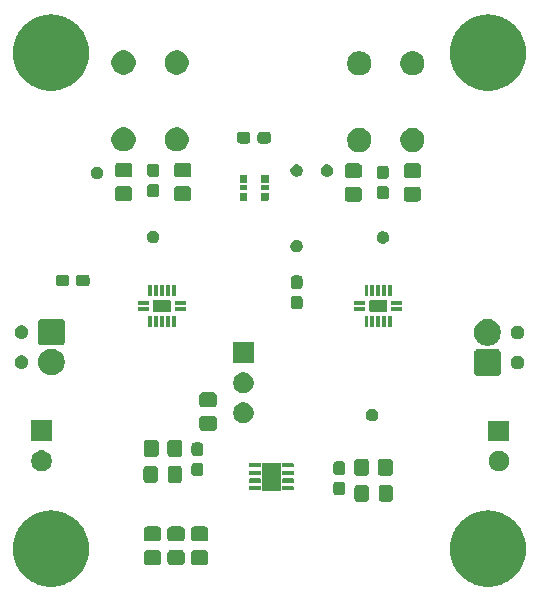
<source format=gbr>
%TF.GenerationSoftware,KiCad,Pcbnew,9.0.4*%
%TF.CreationDate,2026-01-25T08:23:28+01:00*%
%TF.ProjectId,VQFN_Training_Lab,5651464e-5f54-4726-9169-6e696e675f4c,1.0*%
%TF.SameCoordinates,PX7270e00PY7270e00*%
%TF.FileFunction,Soldermask,Top*%
%TF.FilePolarity,Negative*%
%FSLAX46Y46*%
G04 Gerber Fmt 4.6, Leading zero omitted, Abs format (unit mm)*
G04 Created by KiCad (PCBNEW 9.0.4) date 2026-01-25 08:23:28*
%MOMM*%
%LPD*%
G01*
G04 APERTURE LIST*
G04 APERTURE END LIST*
G36*
X4170085Y7224919D02*
G01*
X4181108Y7224919D01*
X4257639Y7216296D01*
X4473934Y7194993D01*
X4509513Y7187916D01*
X4541045Y7184363D01*
X4633752Y7163204D01*
X4784806Y7133157D01*
X4843794Y7115263D01*
X4894179Y7103763D01*
X4975447Y7075326D01*
X5088142Y7041140D01*
X5169763Y7007332D01*
X5236067Y6984131D01*
X5299348Y6953657D01*
X5380982Y6919843D01*
X5484857Y6864321D01*
X5562412Y6826972D01*
X5606169Y6799478D01*
X5660526Y6770423D01*
X5788554Y6684877D01*
X5869108Y6634262D01*
X5893926Y6614471D01*
X5924077Y6594324D01*
X6092073Y6456453D01*
X6152299Y6408424D01*
X6160092Y6400631D01*
X6169099Y6393239D01*
X6393238Y6169100D01*
X6400629Y6160094D01*
X6408424Y6152299D01*
X6456458Y6092067D01*
X6594323Y5924078D01*
X6614468Y5893929D01*
X6634262Y5869108D01*
X6684882Y5788547D01*
X6770422Y5660527D01*
X6799473Y5606175D01*
X6826972Y5562412D01*
X6864324Y5484849D01*
X6919842Y5380983D01*
X6953652Y5299357D01*
X6984131Y5236067D01*
X7007334Y5169755D01*
X7041139Y5088143D01*
X7075320Y4975463D01*
X7103763Y4894179D01*
X7115265Y4843785D01*
X7133156Y4784807D01*
X7163197Y4633780D01*
X7184363Y4541045D01*
X7187916Y4509505D01*
X7194992Y4473935D01*
X7216293Y4257660D01*
X7224919Y4181108D01*
X7224919Y4170085D01*
X7226061Y4158490D01*
X7226061Y3841511D01*
X7224919Y3829917D01*
X7224919Y3818892D01*
X7216292Y3742334D01*
X7194992Y3526066D01*
X7187917Y3490498D01*
X7184363Y3458955D01*
X7163195Y3366214D01*
X7133156Y3215194D01*
X7115265Y3156220D01*
X7103763Y3105821D01*
X7075318Y3024532D01*
X7041139Y2911858D01*
X7007337Y2830253D01*
X6984131Y2763933D01*
X6953649Y2700637D01*
X6919842Y2619018D01*
X6864329Y2515162D01*
X6826972Y2437588D01*
X6799470Y2393820D01*
X6770422Y2339474D01*
X6684892Y2211471D01*
X6634262Y2130892D01*
X6614464Y2106067D01*
X6594323Y2075923D01*
X6456486Y1907970D01*
X6408424Y1847701D01*
X6400624Y1839902D01*
X6393238Y1830901D01*
X6169099Y1606762D01*
X6160098Y1599376D01*
X6152299Y1591576D01*
X6092030Y1543514D01*
X5924077Y1405677D01*
X5893933Y1385536D01*
X5869108Y1365738D01*
X5788529Y1315108D01*
X5660526Y1229578D01*
X5606180Y1200530D01*
X5562412Y1173028D01*
X5484838Y1135671D01*
X5380982Y1080158D01*
X5299363Y1046351D01*
X5236067Y1015869D01*
X5169747Y992663D01*
X5088142Y958861D01*
X4975468Y924682D01*
X4894179Y896237D01*
X4843780Y884735D01*
X4784806Y866844D01*
X4633786Y836805D01*
X4541045Y815637D01*
X4509502Y812083D01*
X4473934Y805008D01*
X4257661Y783707D01*
X4181108Y775081D01*
X4170085Y775081D01*
X4158490Y773939D01*
X3841510Y773939D01*
X3829915Y775081D01*
X3818892Y775081D01*
X3742340Y783707D01*
X3526065Y805008D01*
X3490495Y812084D01*
X3458955Y815637D01*
X3366220Y836803D01*
X3215193Y866844D01*
X3156215Y884735D01*
X3105821Y896237D01*
X3024537Y924680D01*
X2911857Y958861D01*
X2830245Y992666D01*
X2763933Y1015869D01*
X2700643Y1046348D01*
X2619017Y1080158D01*
X2515151Y1135676D01*
X2437588Y1173028D01*
X2393825Y1200527D01*
X2339473Y1229578D01*
X2211453Y1315118D01*
X2130892Y1365738D01*
X2106071Y1385532D01*
X2075922Y1405677D01*
X1907933Y1543542D01*
X1847701Y1591576D01*
X1839906Y1599371D01*
X1830900Y1606762D01*
X1606761Y1830901D01*
X1599369Y1839908D01*
X1591576Y1847701D01*
X1543547Y1907927D01*
X1405676Y2075923D01*
X1385529Y2106074D01*
X1365738Y2130892D01*
X1315123Y2211446D01*
X1229577Y2339474D01*
X1200522Y2393831D01*
X1173028Y2437588D01*
X1135679Y2515143D01*
X1080157Y2619018D01*
X1046343Y2700652D01*
X1015869Y2763933D01*
X992668Y2830237D01*
X958860Y2911858D01*
X924674Y3024553D01*
X896237Y3105821D01*
X884737Y3156206D01*
X866843Y3215194D01*
X836796Y3366248D01*
X815637Y3458955D01*
X812084Y3490487D01*
X805007Y3526066D01*
X783704Y3742356D01*
X775081Y3818892D01*
X775081Y3829916D01*
X773939Y3841511D01*
X773939Y4158490D01*
X775081Y4170086D01*
X775081Y4181108D01*
X783703Y4257638D01*
X805007Y4473935D01*
X812084Y4509516D01*
X815637Y4541045D01*
X836795Y4633746D01*
X866843Y4784807D01*
X884737Y4843799D01*
X896237Y4894179D01*
X924671Y4975441D01*
X958860Y5088143D01*
X992670Y5169770D01*
X1015869Y5236067D01*
X1046340Y5299343D01*
X1080157Y5380983D01*
X1135684Y5484868D01*
X1173028Y5562412D01*
X1200519Y5606165D01*
X1229577Y5660527D01*
X1315133Y5788572D01*
X1365738Y5869108D01*
X1385525Y5893921D01*
X1405676Y5924078D01*
X1543576Y6092110D01*
X1591576Y6152299D01*
X1599365Y6160089D01*
X1606761Y6169100D01*
X1830900Y6393239D01*
X1839911Y6400635D01*
X1847701Y6408424D01*
X1907890Y6456424D01*
X2075922Y6594324D01*
X2106079Y6614475D01*
X2130892Y6634262D01*
X2211428Y6684867D01*
X2339473Y6770423D01*
X2393835Y6799481D01*
X2437588Y6826972D01*
X2515132Y6864316D01*
X2619017Y6919843D01*
X2700657Y6953660D01*
X2763933Y6984131D01*
X2830230Y7007330D01*
X2911857Y7041140D01*
X3024559Y7075329D01*
X3105821Y7103763D01*
X3156201Y7115263D01*
X3215193Y7133157D01*
X3366254Y7163205D01*
X3458955Y7184363D01*
X3490484Y7187916D01*
X3526065Y7194993D01*
X3742362Y7216297D01*
X3818892Y7224919D01*
X3829915Y7224919D01*
X3841510Y7226061D01*
X4158490Y7226061D01*
X4170085Y7224919D01*
G37*
G36*
X41170085Y7224919D02*
G01*
X41181108Y7224919D01*
X41257639Y7216296D01*
X41473934Y7194993D01*
X41509513Y7187916D01*
X41541045Y7184363D01*
X41633752Y7163204D01*
X41784806Y7133157D01*
X41843794Y7115263D01*
X41894179Y7103763D01*
X41975447Y7075326D01*
X42088142Y7041140D01*
X42169763Y7007332D01*
X42236067Y6984131D01*
X42299348Y6953657D01*
X42380982Y6919843D01*
X42484857Y6864321D01*
X42562412Y6826972D01*
X42606169Y6799478D01*
X42660526Y6770423D01*
X42788554Y6684877D01*
X42869108Y6634262D01*
X42893926Y6614471D01*
X42924077Y6594324D01*
X43092073Y6456453D01*
X43152299Y6408424D01*
X43160092Y6400631D01*
X43169099Y6393239D01*
X43393238Y6169100D01*
X43400629Y6160094D01*
X43408424Y6152299D01*
X43456458Y6092067D01*
X43594323Y5924078D01*
X43614468Y5893929D01*
X43634262Y5869108D01*
X43684882Y5788547D01*
X43770422Y5660527D01*
X43799473Y5606175D01*
X43826972Y5562412D01*
X43864324Y5484849D01*
X43919842Y5380983D01*
X43953652Y5299357D01*
X43984131Y5236067D01*
X44007334Y5169755D01*
X44041139Y5088143D01*
X44075320Y4975463D01*
X44103763Y4894179D01*
X44115265Y4843785D01*
X44133156Y4784807D01*
X44163197Y4633780D01*
X44184363Y4541045D01*
X44187916Y4509505D01*
X44194992Y4473935D01*
X44216293Y4257660D01*
X44224919Y4181108D01*
X44224919Y4170085D01*
X44226061Y4158490D01*
X44226061Y3841511D01*
X44224919Y3829917D01*
X44224919Y3818892D01*
X44216292Y3742334D01*
X44194992Y3526066D01*
X44187917Y3490498D01*
X44184363Y3458955D01*
X44163195Y3366214D01*
X44133156Y3215194D01*
X44115265Y3156220D01*
X44103763Y3105821D01*
X44075318Y3024532D01*
X44041139Y2911858D01*
X44007337Y2830253D01*
X43984131Y2763933D01*
X43953649Y2700637D01*
X43919842Y2619018D01*
X43864329Y2515162D01*
X43826972Y2437588D01*
X43799470Y2393820D01*
X43770422Y2339474D01*
X43684892Y2211471D01*
X43634262Y2130892D01*
X43614464Y2106067D01*
X43594323Y2075923D01*
X43456486Y1907970D01*
X43408424Y1847701D01*
X43400624Y1839902D01*
X43393238Y1830901D01*
X43169099Y1606762D01*
X43160098Y1599376D01*
X43152299Y1591576D01*
X43092030Y1543514D01*
X42924077Y1405677D01*
X42893933Y1385536D01*
X42869108Y1365738D01*
X42788529Y1315108D01*
X42660526Y1229578D01*
X42606180Y1200530D01*
X42562412Y1173028D01*
X42484838Y1135671D01*
X42380982Y1080158D01*
X42299363Y1046351D01*
X42236067Y1015869D01*
X42169747Y992663D01*
X42088142Y958861D01*
X41975468Y924682D01*
X41894179Y896237D01*
X41843780Y884735D01*
X41784806Y866844D01*
X41633786Y836805D01*
X41541045Y815637D01*
X41509502Y812083D01*
X41473934Y805008D01*
X41257661Y783707D01*
X41181108Y775081D01*
X41170085Y775081D01*
X41158490Y773939D01*
X40841510Y773939D01*
X40829915Y775081D01*
X40818892Y775081D01*
X40742340Y783707D01*
X40526065Y805008D01*
X40490495Y812084D01*
X40458955Y815637D01*
X40366220Y836803D01*
X40215193Y866844D01*
X40156215Y884735D01*
X40105821Y896237D01*
X40024537Y924680D01*
X39911857Y958861D01*
X39830245Y992666D01*
X39763933Y1015869D01*
X39700643Y1046348D01*
X39619017Y1080158D01*
X39515151Y1135676D01*
X39437588Y1173028D01*
X39393825Y1200527D01*
X39339473Y1229578D01*
X39211453Y1315118D01*
X39130892Y1365738D01*
X39106071Y1385532D01*
X39075922Y1405677D01*
X38907933Y1543542D01*
X38847701Y1591576D01*
X38839906Y1599371D01*
X38830900Y1606762D01*
X38606761Y1830901D01*
X38599369Y1839908D01*
X38591576Y1847701D01*
X38543547Y1907927D01*
X38405676Y2075923D01*
X38385529Y2106074D01*
X38365738Y2130892D01*
X38315123Y2211446D01*
X38229577Y2339474D01*
X38200522Y2393831D01*
X38173028Y2437588D01*
X38135679Y2515143D01*
X38080157Y2619018D01*
X38046343Y2700652D01*
X38015869Y2763933D01*
X37992668Y2830237D01*
X37958860Y2911858D01*
X37924674Y3024553D01*
X37896237Y3105821D01*
X37884737Y3156206D01*
X37866843Y3215194D01*
X37836796Y3366248D01*
X37815637Y3458955D01*
X37812084Y3490487D01*
X37805007Y3526066D01*
X37783704Y3742356D01*
X37775081Y3818892D01*
X37775081Y3829916D01*
X37773939Y3841511D01*
X37773939Y4158490D01*
X37775081Y4170086D01*
X37775081Y4181108D01*
X37783703Y4257638D01*
X37805007Y4473935D01*
X37812084Y4509516D01*
X37815637Y4541045D01*
X37836795Y4633746D01*
X37866843Y4784807D01*
X37884737Y4843799D01*
X37896237Y4894179D01*
X37924671Y4975441D01*
X37958860Y5088143D01*
X37992670Y5169770D01*
X38015869Y5236067D01*
X38046340Y5299343D01*
X38080157Y5380983D01*
X38135684Y5484868D01*
X38173028Y5562412D01*
X38200519Y5606165D01*
X38229577Y5660527D01*
X38315133Y5788572D01*
X38365738Y5869108D01*
X38385525Y5893921D01*
X38405676Y5924078D01*
X38543576Y6092110D01*
X38591576Y6152299D01*
X38599365Y6160089D01*
X38606761Y6169100D01*
X38830900Y6393239D01*
X38839911Y6400635D01*
X38847701Y6408424D01*
X38907890Y6456424D01*
X39075922Y6594324D01*
X39106079Y6614475D01*
X39130892Y6634262D01*
X39211428Y6684867D01*
X39339473Y6770423D01*
X39393835Y6799481D01*
X39437588Y6826972D01*
X39515132Y6864316D01*
X39619017Y6919843D01*
X39700657Y6953660D01*
X39763933Y6984131D01*
X39830230Y7007330D01*
X39911857Y7041140D01*
X40024559Y7075329D01*
X40105821Y7103763D01*
X40156201Y7115263D01*
X40215193Y7133157D01*
X40366254Y7163205D01*
X40458955Y7184363D01*
X40490484Y7187916D01*
X40526065Y7194993D01*
X40742362Y7216297D01*
X40818892Y7224919D01*
X40829915Y7224919D01*
X40841510Y7226061D01*
X41158490Y7226061D01*
X41170085Y7224919D01*
G37*
G36*
X13104106Y3865063D02*
G01*
X13108454Y3863143D01*
X13111499Y3862742D01*
X13149612Y3844970D01*
X13198238Y3823499D01*
X13270999Y3750738D01*
X13292479Y3702091D01*
X13310241Y3664000D01*
X13310641Y3660958D01*
X13312563Y3656606D01*
X13320000Y3592500D01*
X13320000Y2892500D01*
X13312563Y2828394D01*
X13310641Y2824042D01*
X13310241Y2821001D01*
X13292487Y2782929D01*
X13270999Y2734262D01*
X13198238Y2661501D01*
X13149571Y2640013D01*
X13111499Y2622259D01*
X13108458Y2621859D01*
X13104106Y2619937D01*
X13040000Y2612500D01*
X12140000Y2612500D01*
X12075894Y2619937D01*
X12071542Y2621859D01*
X12068500Y2622259D01*
X12030409Y2640021D01*
X11981762Y2661501D01*
X11909001Y2734262D01*
X11887530Y2782888D01*
X11869758Y2821001D01*
X11869357Y2824046D01*
X11867437Y2828394D01*
X11860000Y2892500D01*
X11860000Y3592500D01*
X11867437Y3656606D01*
X11869357Y3660955D01*
X11869758Y3664000D01*
X11887538Y3702131D01*
X11909001Y3750738D01*
X11981762Y3823499D01*
X12030369Y3844962D01*
X12068500Y3862742D01*
X12071545Y3863143D01*
X12075894Y3865063D01*
X12140000Y3872500D01*
X13040000Y3872500D01*
X13104106Y3865063D01*
G37*
G36*
X15104106Y3865063D02*
G01*
X15108454Y3863143D01*
X15111499Y3862742D01*
X15149612Y3844970D01*
X15198238Y3823499D01*
X15270999Y3750738D01*
X15292479Y3702091D01*
X15310241Y3664000D01*
X15310641Y3660958D01*
X15312563Y3656606D01*
X15320000Y3592500D01*
X15320000Y2892500D01*
X15312563Y2828394D01*
X15310641Y2824042D01*
X15310241Y2821001D01*
X15292487Y2782929D01*
X15270999Y2734262D01*
X15198238Y2661501D01*
X15149571Y2640013D01*
X15111499Y2622259D01*
X15108458Y2621859D01*
X15104106Y2619937D01*
X15040000Y2612500D01*
X14140000Y2612500D01*
X14075894Y2619937D01*
X14071542Y2621859D01*
X14068500Y2622259D01*
X14030409Y2640021D01*
X13981762Y2661501D01*
X13909001Y2734262D01*
X13887530Y2782888D01*
X13869758Y2821001D01*
X13869357Y2824046D01*
X13867437Y2828394D01*
X13860000Y2892500D01*
X13860000Y3592500D01*
X13867437Y3656606D01*
X13869357Y3660955D01*
X13869758Y3664000D01*
X13887538Y3702131D01*
X13909001Y3750738D01*
X13981762Y3823499D01*
X14030369Y3844962D01*
X14068500Y3862742D01*
X14071545Y3863143D01*
X14075894Y3865063D01*
X14140000Y3872500D01*
X15040000Y3872500D01*
X15104106Y3865063D01*
G37*
G36*
X17104106Y3865063D02*
G01*
X17108454Y3863143D01*
X17111499Y3862742D01*
X17149612Y3844970D01*
X17198238Y3823499D01*
X17270999Y3750738D01*
X17292479Y3702091D01*
X17310241Y3664000D01*
X17310641Y3660958D01*
X17312563Y3656606D01*
X17320000Y3592500D01*
X17320000Y2892500D01*
X17312563Y2828394D01*
X17310641Y2824042D01*
X17310241Y2821001D01*
X17292487Y2782929D01*
X17270999Y2734262D01*
X17198238Y2661501D01*
X17149571Y2640013D01*
X17111499Y2622259D01*
X17108458Y2621859D01*
X17104106Y2619937D01*
X17040000Y2612500D01*
X16140000Y2612500D01*
X16075894Y2619937D01*
X16071542Y2621859D01*
X16068500Y2622259D01*
X16030409Y2640021D01*
X15981762Y2661501D01*
X15909001Y2734262D01*
X15887530Y2782888D01*
X15869758Y2821001D01*
X15869357Y2824046D01*
X15867437Y2828394D01*
X15860000Y2892500D01*
X15860000Y3592500D01*
X15867437Y3656606D01*
X15869357Y3660955D01*
X15869758Y3664000D01*
X15887538Y3702131D01*
X15909001Y3750738D01*
X15981762Y3823499D01*
X16030369Y3844962D01*
X16068500Y3862742D01*
X16071545Y3863143D01*
X16075894Y3865063D01*
X16140000Y3872500D01*
X17040000Y3872500D01*
X17104106Y3865063D01*
G37*
G36*
X13104106Y5865063D02*
G01*
X13108454Y5863143D01*
X13111499Y5862742D01*
X13149612Y5844970D01*
X13198238Y5823499D01*
X13270999Y5750738D01*
X13292479Y5702091D01*
X13310241Y5664000D01*
X13310641Y5660958D01*
X13312563Y5656606D01*
X13320000Y5592500D01*
X13320000Y4892500D01*
X13312563Y4828394D01*
X13310641Y4824042D01*
X13310241Y4821001D01*
X13292487Y4782929D01*
X13270999Y4734262D01*
X13198238Y4661501D01*
X13149571Y4640013D01*
X13111499Y4622259D01*
X13108458Y4621859D01*
X13104106Y4619937D01*
X13040000Y4612500D01*
X12140000Y4612500D01*
X12075894Y4619937D01*
X12071542Y4621859D01*
X12068500Y4622259D01*
X12030409Y4640021D01*
X11981762Y4661501D01*
X11909001Y4734262D01*
X11887530Y4782888D01*
X11869758Y4821001D01*
X11869357Y4824046D01*
X11867437Y4828394D01*
X11860000Y4892500D01*
X11860000Y5592500D01*
X11867437Y5656606D01*
X11869357Y5660955D01*
X11869758Y5664000D01*
X11887538Y5702131D01*
X11909001Y5750738D01*
X11981762Y5823499D01*
X12030369Y5844962D01*
X12068500Y5862742D01*
X12071545Y5863143D01*
X12075894Y5865063D01*
X12140000Y5872500D01*
X13040000Y5872500D01*
X13104106Y5865063D01*
G37*
G36*
X15104106Y5865063D02*
G01*
X15108454Y5863143D01*
X15111499Y5862742D01*
X15149612Y5844970D01*
X15198238Y5823499D01*
X15270999Y5750738D01*
X15292479Y5702091D01*
X15310241Y5664000D01*
X15310641Y5660958D01*
X15312563Y5656606D01*
X15320000Y5592500D01*
X15320000Y4892500D01*
X15312563Y4828394D01*
X15310641Y4824042D01*
X15310241Y4821001D01*
X15292487Y4782929D01*
X15270999Y4734262D01*
X15198238Y4661501D01*
X15149571Y4640013D01*
X15111499Y4622259D01*
X15108458Y4621859D01*
X15104106Y4619937D01*
X15040000Y4612500D01*
X14140000Y4612500D01*
X14075894Y4619937D01*
X14071542Y4621859D01*
X14068500Y4622259D01*
X14030409Y4640021D01*
X13981762Y4661501D01*
X13909001Y4734262D01*
X13887530Y4782888D01*
X13869758Y4821001D01*
X13869357Y4824046D01*
X13867437Y4828394D01*
X13860000Y4892500D01*
X13860000Y5592500D01*
X13867437Y5656606D01*
X13869357Y5660955D01*
X13869758Y5664000D01*
X13887538Y5702131D01*
X13909001Y5750738D01*
X13981762Y5823499D01*
X14030369Y5844962D01*
X14068500Y5862742D01*
X14071545Y5863143D01*
X14075894Y5865063D01*
X14140000Y5872500D01*
X15040000Y5872500D01*
X15104106Y5865063D01*
G37*
G36*
X17104106Y5865063D02*
G01*
X17108454Y5863143D01*
X17111499Y5862742D01*
X17149612Y5844970D01*
X17198238Y5823499D01*
X17270999Y5750738D01*
X17292479Y5702091D01*
X17310241Y5664000D01*
X17310641Y5660958D01*
X17312563Y5656606D01*
X17320000Y5592500D01*
X17320000Y4892500D01*
X17312563Y4828394D01*
X17310641Y4824042D01*
X17310241Y4821001D01*
X17292487Y4782929D01*
X17270999Y4734262D01*
X17198238Y4661501D01*
X17149571Y4640013D01*
X17111499Y4622259D01*
X17108458Y4621859D01*
X17104106Y4619937D01*
X17040000Y4612500D01*
X16140000Y4612500D01*
X16075894Y4619937D01*
X16071542Y4621859D01*
X16068500Y4622259D01*
X16030409Y4640021D01*
X15981762Y4661501D01*
X15909001Y4734262D01*
X15887530Y4782888D01*
X15869758Y4821001D01*
X15869357Y4824046D01*
X15867437Y4828394D01*
X15860000Y4892500D01*
X15860000Y5592500D01*
X15867437Y5656606D01*
X15869357Y5660955D01*
X15869758Y5664000D01*
X15887538Y5702131D01*
X15909001Y5750738D01*
X15981762Y5823499D01*
X16030369Y5844962D01*
X16068500Y5862742D01*
X16071545Y5863143D01*
X16075894Y5865063D01*
X16140000Y5872500D01*
X17040000Y5872500D01*
X17104106Y5865063D01*
G37*
G36*
X30689106Y9415063D02*
G01*
X30693454Y9413143D01*
X30696499Y9412742D01*
X30734612Y9394970D01*
X30783238Y9373499D01*
X30855999Y9300738D01*
X30877479Y9252091D01*
X30895241Y9214000D01*
X30895641Y9210958D01*
X30897563Y9206606D01*
X30905000Y9142500D01*
X30905000Y8242500D01*
X30897563Y8178394D01*
X30895641Y8174042D01*
X30895241Y8171001D01*
X30877487Y8132929D01*
X30855999Y8084262D01*
X30783238Y8011501D01*
X30734571Y7990013D01*
X30696499Y7972259D01*
X30693458Y7971859D01*
X30689106Y7969937D01*
X30625000Y7962500D01*
X29975000Y7962500D01*
X29910894Y7969937D01*
X29906542Y7971859D01*
X29903500Y7972259D01*
X29865409Y7990021D01*
X29816762Y8011501D01*
X29744001Y8084262D01*
X29722530Y8132888D01*
X29704758Y8171001D01*
X29704357Y8174046D01*
X29702437Y8178394D01*
X29695000Y8242500D01*
X29695000Y9142500D01*
X29702437Y9206606D01*
X29704357Y9210955D01*
X29704758Y9214000D01*
X29722538Y9252131D01*
X29744001Y9300738D01*
X29816762Y9373499D01*
X29865369Y9394962D01*
X29903500Y9412742D01*
X29906545Y9413143D01*
X29910894Y9415063D01*
X29975000Y9422500D01*
X30625000Y9422500D01*
X30689106Y9415063D01*
G37*
G36*
X32739106Y9415063D02*
G01*
X32743454Y9413143D01*
X32746499Y9412742D01*
X32784612Y9394970D01*
X32833238Y9373499D01*
X32905999Y9300738D01*
X32927479Y9252091D01*
X32945241Y9214000D01*
X32945641Y9210958D01*
X32947563Y9206606D01*
X32955000Y9142500D01*
X32955000Y8242500D01*
X32947563Y8178394D01*
X32945641Y8174042D01*
X32945241Y8171001D01*
X32927487Y8132929D01*
X32905999Y8084262D01*
X32833238Y8011501D01*
X32784571Y7990013D01*
X32746499Y7972259D01*
X32743458Y7971859D01*
X32739106Y7969937D01*
X32675000Y7962500D01*
X32025000Y7962500D01*
X31960894Y7969937D01*
X31956542Y7971859D01*
X31953500Y7972259D01*
X31915409Y7990021D01*
X31866762Y8011501D01*
X31794001Y8084262D01*
X31772530Y8132888D01*
X31754758Y8171001D01*
X31754357Y8174046D01*
X31752437Y8178394D01*
X31745000Y8242500D01*
X31745000Y9142500D01*
X31752437Y9206606D01*
X31754357Y9210955D01*
X31754758Y9214000D01*
X31772538Y9252131D01*
X31794001Y9300738D01*
X31866762Y9373499D01*
X31915369Y9394962D01*
X31953500Y9412742D01*
X31956545Y9413143D01*
X31960894Y9415063D01*
X32025000Y9422500D01*
X32675000Y9422500D01*
X32739106Y9415063D01*
G37*
G36*
X28650731Y9659358D02*
G01*
X28707280Y9652797D01*
X28726601Y9644267D01*
X28749868Y9639638D01*
X28774775Y9622996D01*
X28798280Y9612617D01*
X28814334Y9596563D01*
X28836651Y9581651D01*
X28851562Y9559335D01*
X28867616Y9543281D01*
X28877993Y9519778D01*
X28894638Y9494868D01*
X28899266Y9471600D01*
X28907795Y9452284D01*
X28914352Y9395755D01*
X28915000Y9392500D01*
X28915000Y8792500D01*
X28914354Y8789257D01*
X28907796Y8732720D01*
X28899266Y8713404D01*
X28894638Y8690132D01*
X28877992Y8665220D01*
X28867616Y8641720D01*
X28851564Y8625669D01*
X28836651Y8603349D01*
X28814331Y8588436D01*
X28798280Y8572384D01*
X28774779Y8562008D01*
X28749868Y8545362D01*
X28726597Y8540734D01*
X28707283Y8532205D01*
X28650755Y8525648D01*
X28647500Y8525000D01*
X28172500Y8525000D01*
X28169258Y8525645D01*
X28112719Y8532204D01*
X28093401Y8540734D01*
X28070132Y8545362D01*
X28045221Y8562007D01*
X28021719Y8572384D01*
X28005665Y8588438D01*
X27983349Y8603349D01*
X27968437Y8625666D01*
X27952383Y8641720D01*
X27942004Y8665225D01*
X27925362Y8690132D01*
X27920734Y8713398D01*
X27912204Y8732717D01*
X27905645Y8789257D01*
X27905000Y8792500D01*
X27905000Y9392500D01*
X27905642Y9395730D01*
X27912203Y9452281D01*
X27920734Y9471603D01*
X27925362Y9494868D01*
X27942003Y9519774D01*
X27952383Y9543281D01*
X27968439Y9559338D01*
X27983349Y9581651D01*
X28005662Y9596561D01*
X28021719Y9612617D01*
X28045226Y9622997D01*
X28070132Y9639638D01*
X28093396Y9644266D01*
X28112716Y9652796D01*
X28169257Y9659356D01*
X28172500Y9660000D01*
X28647500Y9660000D01*
X28650731Y9659358D01*
G37*
G36*
X23421634Y11251194D02*
G01*
X23437855Y11240355D01*
X23448694Y11224134D01*
X23452500Y11205000D01*
X23452500Y8955000D01*
X23448694Y8935866D01*
X23437855Y8919645D01*
X23421634Y8908806D01*
X23402500Y8905000D01*
X21902500Y8905000D01*
X21883366Y8908806D01*
X21867145Y8919645D01*
X21856306Y8935866D01*
X21852500Y8955000D01*
X21852500Y11205000D01*
X21856306Y11224134D01*
X21867145Y11240355D01*
X21883366Y11251194D01*
X21902500Y11255000D01*
X23402500Y11255000D01*
X23421634Y11251194D01*
G37*
G36*
X21720800Y9283625D02*
G01*
X21747970Y9265470D01*
X21766125Y9238300D01*
X21772500Y9206250D01*
X21772500Y9003750D01*
X21766125Y8971700D01*
X21747970Y8944530D01*
X21720800Y8926375D01*
X21688750Y8920000D01*
X20836250Y8920000D01*
X20804200Y8926375D01*
X20777030Y8944530D01*
X20758875Y8971700D01*
X20752500Y9003750D01*
X20752500Y9206250D01*
X20758875Y9238300D01*
X20777030Y9265470D01*
X20804200Y9283625D01*
X20836250Y9290000D01*
X21688750Y9290000D01*
X21720800Y9283625D01*
G37*
G36*
X24500800Y9283625D02*
G01*
X24527970Y9265470D01*
X24546125Y9238300D01*
X24552500Y9206250D01*
X24552500Y9003750D01*
X24546125Y8971700D01*
X24527970Y8944530D01*
X24500800Y8926375D01*
X24468750Y8920000D01*
X23616250Y8920000D01*
X23584200Y8926375D01*
X23557030Y8944530D01*
X23538875Y8971700D01*
X23532500Y9003750D01*
X23532500Y9206250D01*
X23538875Y9238300D01*
X23557030Y9265470D01*
X23584200Y9283625D01*
X23616250Y9290000D01*
X24468750Y9290000D01*
X24500800Y9283625D01*
G37*
G36*
X12829106Y11015063D02*
G01*
X12833454Y11013143D01*
X12836499Y11012742D01*
X12874612Y10994970D01*
X12923238Y10973499D01*
X12995999Y10900738D01*
X13017479Y10852091D01*
X13035241Y10814000D01*
X13035641Y10810958D01*
X13037563Y10806606D01*
X13045000Y10742500D01*
X13045000Y9842500D01*
X13037563Y9778394D01*
X13035641Y9774042D01*
X13035241Y9771001D01*
X13017487Y9732929D01*
X12995999Y9684262D01*
X12923238Y9611501D01*
X12874571Y9590013D01*
X12836499Y9572259D01*
X12833458Y9571859D01*
X12829106Y9569937D01*
X12765000Y9562500D01*
X12115000Y9562500D01*
X12050894Y9569937D01*
X12046542Y9571859D01*
X12043500Y9572259D01*
X12005409Y9590021D01*
X11956762Y9611501D01*
X11884001Y9684262D01*
X11862530Y9732888D01*
X11844758Y9771001D01*
X11844357Y9774046D01*
X11842437Y9778394D01*
X11835000Y9842500D01*
X11835000Y10742500D01*
X11842437Y10806606D01*
X11844357Y10810955D01*
X11844758Y10814000D01*
X11862538Y10852131D01*
X11884001Y10900738D01*
X11956762Y10973499D01*
X12005369Y10994962D01*
X12043500Y11012742D01*
X12046545Y11013143D01*
X12050894Y11015063D01*
X12115000Y11022500D01*
X12765000Y11022500D01*
X12829106Y11015063D01*
G37*
G36*
X14879106Y11015063D02*
G01*
X14883454Y11013143D01*
X14886499Y11012742D01*
X14924612Y10994970D01*
X14973238Y10973499D01*
X15045999Y10900738D01*
X15067479Y10852091D01*
X15085241Y10814000D01*
X15085641Y10810958D01*
X15087563Y10806606D01*
X15095000Y10742500D01*
X15095000Y9842500D01*
X15087563Y9778394D01*
X15085641Y9774042D01*
X15085241Y9771001D01*
X15067487Y9732929D01*
X15045999Y9684262D01*
X14973238Y9611501D01*
X14924571Y9590013D01*
X14886499Y9572259D01*
X14883458Y9571859D01*
X14879106Y9569937D01*
X14815000Y9562500D01*
X14165000Y9562500D01*
X14100894Y9569937D01*
X14096542Y9571859D01*
X14093500Y9572259D01*
X14055409Y9590021D01*
X14006762Y9611501D01*
X13934001Y9684262D01*
X13912530Y9732888D01*
X13894758Y9771001D01*
X13894357Y9774046D01*
X13892437Y9778394D01*
X13885000Y9842500D01*
X13885000Y10742500D01*
X13892437Y10806606D01*
X13894357Y10810955D01*
X13894758Y10814000D01*
X13912538Y10852131D01*
X13934001Y10900738D01*
X14006762Y10973499D01*
X14055369Y10994962D01*
X14093500Y11012742D01*
X14096545Y11013143D01*
X14100894Y11015063D01*
X14165000Y11022500D01*
X14815000Y11022500D01*
X14879106Y11015063D01*
G37*
G36*
X21720800Y9933625D02*
G01*
X21747970Y9915470D01*
X21766125Y9888300D01*
X21772500Y9856250D01*
X21772500Y9653750D01*
X21766125Y9621700D01*
X21747970Y9594530D01*
X21720800Y9576375D01*
X21688750Y9570000D01*
X20836250Y9570000D01*
X20804200Y9576375D01*
X20777030Y9594530D01*
X20758875Y9621700D01*
X20752500Y9653750D01*
X20752500Y9856250D01*
X20758875Y9888300D01*
X20777030Y9915470D01*
X20804200Y9933625D01*
X20836250Y9940000D01*
X21688750Y9940000D01*
X21720800Y9933625D01*
G37*
G36*
X24500800Y9933625D02*
G01*
X24527970Y9915470D01*
X24546125Y9888300D01*
X24552500Y9856250D01*
X24552500Y9653750D01*
X24546125Y9621700D01*
X24527970Y9594530D01*
X24500800Y9576375D01*
X24468750Y9570000D01*
X23616250Y9570000D01*
X23584200Y9576375D01*
X23557030Y9594530D01*
X23538875Y9621700D01*
X23532500Y9653750D01*
X23532500Y9856250D01*
X23538875Y9888300D01*
X23557030Y9915470D01*
X23584200Y9933625D01*
X23616250Y9940000D01*
X24468750Y9940000D01*
X24500800Y9933625D01*
G37*
G36*
X16640731Y11259358D02*
G01*
X16697280Y11252797D01*
X16716601Y11244267D01*
X16739868Y11239638D01*
X16764775Y11222996D01*
X16788280Y11212617D01*
X16804334Y11196563D01*
X16826651Y11181651D01*
X16841562Y11159335D01*
X16857616Y11143281D01*
X16867993Y11119778D01*
X16884638Y11094868D01*
X16889266Y11071600D01*
X16897795Y11052284D01*
X16904352Y10995755D01*
X16905000Y10992500D01*
X16905000Y10392500D01*
X16904354Y10389257D01*
X16897796Y10332720D01*
X16889266Y10313404D01*
X16884638Y10290132D01*
X16867992Y10265220D01*
X16857616Y10241720D01*
X16841564Y10225669D01*
X16826651Y10203349D01*
X16804331Y10188436D01*
X16788280Y10172384D01*
X16764779Y10162008D01*
X16739868Y10145362D01*
X16716597Y10140734D01*
X16697283Y10132205D01*
X16640755Y10125648D01*
X16637500Y10125000D01*
X16162500Y10125000D01*
X16159258Y10125645D01*
X16102719Y10132204D01*
X16083401Y10140734D01*
X16060132Y10145362D01*
X16035221Y10162007D01*
X16011719Y10172384D01*
X15995665Y10188438D01*
X15973349Y10203349D01*
X15958437Y10225666D01*
X15942383Y10241720D01*
X15932004Y10265225D01*
X15915362Y10290132D01*
X15910734Y10313398D01*
X15902204Y10332717D01*
X15895645Y10389257D01*
X15895000Y10392500D01*
X15895000Y10992500D01*
X15895642Y10995730D01*
X15902203Y11052281D01*
X15910734Y11071603D01*
X15915362Y11094868D01*
X15932003Y11119774D01*
X15942383Y11143281D01*
X15958439Y11159338D01*
X15973349Y11181651D01*
X15995662Y11196561D01*
X16011719Y11212617D01*
X16035226Y11222997D01*
X16060132Y11239638D01*
X16083396Y11244266D01*
X16102716Y11252796D01*
X16159257Y11259356D01*
X16162500Y11260000D01*
X16637500Y11260000D01*
X16640731Y11259358D01*
G37*
G36*
X30714106Y11615063D02*
G01*
X30718454Y11613143D01*
X30721499Y11612742D01*
X30759612Y11594970D01*
X30808238Y11573499D01*
X30880999Y11500738D01*
X30902479Y11452091D01*
X30920241Y11414000D01*
X30920641Y11410958D01*
X30922563Y11406606D01*
X30930000Y11342500D01*
X30930000Y10442500D01*
X30922563Y10378394D01*
X30920641Y10374042D01*
X30920241Y10371001D01*
X30902487Y10332929D01*
X30880999Y10284262D01*
X30808238Y10211501D01*
X30759571Y10190013D01*
X30721499Y10172259D01*
X30718458Y10171859D01*
X30714106Y10169937D01*
X30650000Y10162500D01*
X29950000Y10162500D01*
X29885894Y10169937D01*
X29881542Y10171859D01*
X29878500Y10172259D01*
X29840409Y10190021D01*
X29791762Y10211501D01*
X29719001Y10284262D01*
X29697530Y10332888D01*
X29679758Y10371001D01*
X29679357Y10374046D01*
X29677437Y10378394D01*
X29670000Y10442500D01*
X29670000Y11342500D01*
X29677437Y11406606D01*
X29679357Y11410955D01*
X29679758Y11414000D01*
X29697538Y11452131D01*
X29719001Y11500738D01*
X29791762Y11573499D01*
X29840369Y11594962D01*
X29878500Y11612742D01*
X29881545Y11613143D01*
X29885894Y11615063D01*
X29950000Y11622500D01*
X30650000Y11622500D01*
X30714106Y11615063D01*
G37*
G36*
X32714106Y11615063D02*
G01*
X32718454Y11613143D01*
X32721499Y11612742D01*
X32759612Y11594970D01*
X32808238Y11573499D01*
X32880999Y11500738D01*
X32902479Y11452091D01*
X32920241Y11414000D01*
X32920641Y11410958D01*
X32922563Y11406606D01*
X32930000Y11342500D01*
X32930000Y10442500D01*
X32922563Y10378394D01*
X32920641Y10374042D01*
X32920241Y10371001D01*
X32902487Y10332929D01*
X32880999Y10284262D01*
X32808238Y10211501D01*
X32759571Y10190013D01*
X32721499Y10172259D01*
X32718458Y10171859D01*
X32714106Y10169937D01*
X32650000Y10162500D01*
X31950000Y10162500D01*
X31885894Y10169937D01*
X31881542Y10171859D01*
X31878500Y10172259D01*
X31840409Y10190021D01*
X31791762Y10211501D01*
X31719001Y10284262D01*
X31697530Y10332888D01*
X31679758Y10371001D01*
X31679357Y10374046D01*
X31677437Y10378394D01*
X31670000Y10442500D01*
X31670000Y11342500D01*
X31677437Y11406606D01*
X31679357Y11410955D01*
X31679758Y11414000D01*
X31697538Y11452131D01*
X31719001Y11500738D01*
X31791762Y11573499D01*
X31840369Y11594962D01*
X31878500Y11612742D01*
X31881545Y11613143D01*
X31885894Y11615063D01*
X31950000Y11622500D01*
X32650000Y11622500D01*
X32714106Y11615063D01*
G37*
G36*
X21720800Y10583625D02*
G01*
X21747970Y10565470D01*
X21766125Y10538300D01*
X21772500Y10506250D01*
X21772500Y10303750D01*
X21766125Y10271700D01*
X21747970Y10244530D01*
X21720800Y10226375D01*
X21688750Y10220000D01*
X20836250Y10220000D01*
X20804200Y10226375D01*
X20777030Y10244530D01*
X20758875Y10271700D01*
X20752500Y10303750D01*
X20752500Y10506250D01*
X20758875Y10538300D01*
X20777030Y10565470D01*
X20804200Y10583625D01*
X20836250Y10590000D01*
X21688750Y10590000D01*
X21720800Y10583625D01*
G37*
G36*
X24500800Y10583625D02*
G01*
X24527970Y10565470D01*
X24546125Y10538300D01*
X24552500Y10506250D01*
X24552500Y10303750D01*
X24546125Y10271700D01*
X24527970Y10244530D01*
X24500800Y10226375D01*
X24468750Y10220000D01*
X23616250Y10220000D01*
X23584200Y10226375D01*
X23557030Y10244530D01*
X23538875Y10271700D01*
X23532500Y10303750D01*
X23532500Y10506250D01*
X23538875Y10538300D01*
X23557030Y10565470D01*
X23584200Y10583625D01*
X23616250Y10590000D01*
X24468750Y10590000D01*
X24500800Y10583625D01*
G37*
G36*
X28650731Y11384358D02*
G01*
X28707280Y11377797D01*
X28726601Y11369267D01*
X28749868Y11364638D01*
X28774775Y11347996D01*
X28798280Y11337617D01*
X28814334Y11321563D01*
X28836651Y11306651D01*
X28851562Y11284335D01*
X28867616Y11268281D01*
X28877993Y11244778D01*
X28894638Y11219868D01*
X28899266Y11196600D01*
X28907795Y11177284D01*
X28914352Y11120755D01*
X28915000Y11117500D01*
X28915000Y10517500D01*
X28914354Y10514257D01*
X28907796Y10457720D01*
X28899266Y10438404D01*
X28894638Y10415132D01*
X28877992Y10390220D01*
X28867616Y10366720D01*
X28851564Y10350669D01*
X28836651Y10328349D01*
X28814331Y10313436D01*
X28798280Y10297384D01*
X28774779Y10287008D01*
X28749868Y10270362D01*
X28726597Y10265734D01*
X28707283Y10257205D01*
X28650755Y10250648D01*
X28647500Y10250000D01*
X28172500Y10250000D01*
X28169258Y10250645D01*
X28112719Y10257204D01*
X28093401Y10265734D01*
X28070132Y10270362D01*
X28045221Y10287007D01*
X28021719Y10297384D01*
X28005665Y10313438D01*
X27983349Y10328349D01*
X27968437Y10350666D01*
X27952383Y10366720D01*
X27942004Y10390225D01*
X27925362Y10415132D01*
X27920734Y10438398D01*
X27912204Y10457717D01*
X27905645Y10514257D01*
X27905000Y10517500D01*
X27905000Y11117500D01*
X27905642Y11120730D01*
X27912203Y11177281D01*
X27920734Y11196603D01*
X27925362Y11219868D01*
X27942003Y11244774D01*
X27952383Y11268281D01*
X27968439Y11284338D01*
X27983349Y11306651D01*
X28005662Y11321561D01*
X28021719Y11337617D01*
X28045226Y11347997D01*
X28070132Y11364638D01*
X28093396Y11369266D01*
X28112716Y11377796D01*
X28169257Y11384356D01*
X28172500Y11385000D01*
X28647500Y11385000D01*
X28650731Y11384358D01*
G37*
G36*
X42180451Y12262107D02*
G01*
X42339829Y12196091D01*
X42483266Y12100249D01*
X42605249Y11978266D01*
X42701091Y11834829D01*
X42767107Y11675451D01*
X42800763Y11506255D01*
X42800763Y11333745D01*
X42767107Y11164549D01*
X42701091Y11005171D01*
X42605249Y10861734D01*
X42483266Y10739751D01*
X42339829Y10643909D01*
X42180451Y10577893D01*
X42011255Y10544237D01*
X41838745Y10544237D01*
X41669549Y10577893D01*
X41510171Y10643909D01*
X41366734Y10739751D01*
X41244751Y10861734D01*
X41148909Y11005171D01*
X41082893Y11164549D01*
X41049237Y11333745D01*
X41049237Y11506255D01*
X41082893Y11675451D01*
X41148909Y11834829D01*
X41244751Y11978266D01*
X41366734Y12100249D01*
X41510171Y12196091D01*
X41669549Y12262107D01*
X41838745Y12295763D01*
X42011255Y12295763D01*
X42180451Y12262107D01*
G37*
G36*
X3455451Y12272107D02*
G01*
X3614829Y12206091D01*
X3758266Y12110249D01*
X3880249Y11988266D01*
X3976091Y11844829D01*
X4042107Y11685451D01*
X4075763Y11516255D01*
X4075763Y11343745D01*
X4042107Y11174549D01*
X3976091Y11015171D01*
X3880249Y10871734D01*
X3758266Y10749751D01*
X3614829Y10653909D01*
X3455451Y10587893D01*
X3286255Y10554237D01*
X3113745Y10554237D01*
X2944549Y10587893D01*
X2785171Y10653909D01*
X2641734Y10749751D01*
X2519751Y10871734D01*
X2423909Y11015171D01*
X2357893Y11174549D01*
X2324237Y11343745D01*
X2324237Y11516255D01*
X2357893Y11685451D01*
X2423909Y11844829D01*
X2519751Y11988266D01*
X2641734Y12110249D01*
X2785171Y12206091D01*
X2944549Y12272107D01*
X3113745Y12305763D01*
X3286255Y12305763D01*
X3455451Y12272107D01*
G37*
G36*
X21720800Y11233625D02*
G01*
X21747970Y11215470D01*
X21766125Y11188300D01*
X21772500Y11156250D01*
X21772500Y10953750D01*
X21766125Y10921700D01*
X21747970Y10894530D01*
X21720800Y10876375D01*
X21688750Y10870000D01*
X20836250Y10870000D01*
X20804200Y10876375D01*
X20777030Y10894530D01*
X20758875Y10921700D01*
X20752500Y10953750D01*
X20752500Y11156250D01*
X20758875Y11188300D01*
X20777030Y11215470D01*
X20804200Y11233625D01*
X20836250Y11240000D01*
X21688750Y11240000D01*
X21720800Y11233625D01*
G37*
G36*
X24500800Y11233625D02*
G01*
X24527970Y11215470D01*
X24546125Y11188300D01*
X24552500Y11156250D01*
X24552500Y10953750D01*
X24546125Y10921700D01*
X24527970Y10894530D01*
X24500800Y10876375D01*
X24468750Y10870000D01*
X23616250Y10870000D01*
X23584200Y10876375D01*
X23557030Y10894530D01*
X23538875Y10921700D01*
X23532500Y10953750D01*
X23532500Y11156250D01*
X23538875Y11188300D01*
X23557030Y11215470D01*
X23584200Y11233625D01*
X23616250Y11240000D01*
X24468750Y11240000D01*
X24500800Y11233625D01*
G37*
G36*
X12904106Y13215063D02*
G01*
X12908454Y13213143D01*
X12911499Y13212742D01*
X12949612Y13194970D01*
X12998238Y13173499D01*
X13070999Y13100738D01*
X13092479Y13052091D01*
X13110241Y13014000D01*
X13110641Y13010958D01*
X13112563Y13006606D01*
X13120000Y12942500D01*
X13120000Y12042500D01*
X13112563Y11978394D01*
X13110641Y11974042D01*
X13110241Y11971001D01*
X13092487Y11932929D01*
X13070999Y11884262D01*
X12998238Y11811501D01*
X12949571Y11790013D01*
X12911499Y11772259D01*
X12908458Y11771859D01*
X12904106Y11769937D01*
X12840000Y11762500D01*
X12140000Y11762500D01*
X12075894Y11769937D01*
X12071542Y11771859D01*
X12068500Y11772259D01*
X12030409Y11790021D01*
X11981762Y11811501D01*
X11909001Y11884262D01*
X11887530Y11932888D01*
X11869758Y11971001D01*
X11869357Y11974046D01*
X11867437Y11978394D01*
X11860000Y12042500D01*
X11860000Y12942500D01*
X11867437Y13006606D01*
X11869357Y13010955D01*
X11869758Y13014000D01*
X11887538Y13052131D01*
X11909001Y13100738D01*
X11981762Y13173499D01*
X12030369Y13194962D01*
X12068500Y13212742D01*
X12071545Y13213143D01*
X12075894Y13215063D01*
X12140000Y13222500D01*
X12840000Y13222500D01*
X12904106Y13215063D01*
G37*
G36*
X14904106Y13215063D02*
G01*
X14908454Y13213143D01*
X14911499Y13212742D01*
X14949612Y13194970D01*
X14998238Y13173499D01*
X15070999Y13100738D01*
X15092479Y13052091D01*
X15110241Y13014000D01*
X15110641Y13010958D01*
X15112563Y13006606D01*
X15120000Y12942500D01*
X15120000Y12042500D01*
X15112563Y11978394D01*
X15110641Y11974042D01*
X15110241Y11971001D01*
X15092487Y11932929D01*
X15070999Y11884262D01*
X14998238Y11811501D01*
X14949571Y11790013D01*
X14911499Y11772259D01*
X14908458Y11771859D01*
X14904106Y11769937D01*
X14840000Y11762500D01*
X14140000Y11762500D01*
X14075894Y11769937D01*
X14071542Y11771859D01*
X14068500Y11772259D01*
X14030409Y11790021D01*
X13981762Y11811501D01*
X13909001Y11884262D01*
X13887530Y11932888D01*
X13869758Y11971001D01*
X13869357Y11974046D01*
X13867437Y11978394D01*
X13860000Y12042500D01*
X13860000Y12942500D01*
X13867437Y13006606D01*
X13869357Y13010955D01*
X13869758Y13014000D01*
X13887538Y13052131D01*
X13909001Y13100738D01*
X13981762Y13173499D01*
X14030369Y13194962D01*
X14068500Y13212742D01*
X14071545Y13213143D01*
X14075894Y13215063D01*
X14140000Y13222500D01*
X14840000Y13222500D01*
X14904106Y13215063D01*
G37*
G36*
X16640731Y12984358D02*
G01*
X16697280Y12977797D01*
X16716601Y12969267D01*
X16739868Y12964638D01*
X16764775Y12947996D01*
X16788280Y12937617D01*
X16804334Y12921563D01*
X16826651Y12906651D01*
X16841562Y12884335D01*
X16857616Y12868281D01*
X16867993Y12844778D01*
X16884638Y12819868D01*
X16889266Y12796600D01*
X16897795Y12777284D01*
X16904352Y12720755D01*
X16905000Y12717500D01*
X16905000Y12117500D01*
X16904354Y12114257D01*
X16897796Y12057720D01*
X16889266Y12038404D01*
X16884638Y12015132D01*
X16867992Y11990220D01*
X16857616Y11966720D01*
X16841564Y11950669D01*
X16826651Y11928349D01*
X16804331Y11913436D01*
X16788280Y11897384D01*
X16764779Y11887008D01*
X16739868Y11870362D01*
X16716597Y11865734D01*
X16697283Y11857205D01*
X16640755Y11850648D01*
X16637500Y11850000D01*
X16162500Y11850000D01*
X16159258Y11850645D01*
X16102719Y11857204D01*
X16083401Y11865734D01*
X16060132Y11870362D01*
X16035221Y11887007D01*
X16011719Y11897384D01*
X15995665Y11913438D01*
X15973349Y11928349D01*
X15958437Y11950666D01*
X15942383Y11966720D01*
X15932004Y11990225D01*
X15915362Y12015132D01*
X15910734Y12038398D01*
X15902204Y12057717D01*
X15895645Y12114257D01*
X15895000Y12117500D01*
X15895000Y12717500D01*
X15895642Y12720730D01*
X15902203Y12777281D01*
X15910734Y12796603D01*
X15915362Y12819868D01*
X15932003Y12844774D01*
X15942383Y12868281D01*
X15958439Y12884338D01*
X15973349Y12906651D01*
X15995662Y12921561D01*
X16011719Y12937617D01*
X16035226Y12947997D01*
X16060132Y12964638D01*
X16083396Y12969266D01*
X16102716Y12977796D01*
X16159257Y12984356D01*
X16162500Y12985000D01*
X16637500Y12985000D01*
X16640731Y12984358D01*
G37*
G36*
X42786481Y14837716D02*
G01*
X42796213Y14831213D01*
X42802716Y14821481D01*
X42805000Y14810000D01*
X42805000Y13110000D01*
X42802716Y13098519D01*
X42796213Y13088787D01*
X42786481Y13082284D01*
X42775000Y13080000D01*
X41075000Y13080000D01*
X41063519Y13082284D01*
X41053787Y13088787D01*
X41047284Y13098519D01*
X41045000Y13110000D01*
X41045000Y14810000D01*
X41047284Y14821481D01*
X41053787Y14831213D01*
X41063519Y14837716D01*
X41075000Y14840000D01*
X42775000Y14840000D01*
X42786481Y14837716D01*
G37*
G36*
X4061481Y14847716D02*
G01*
X4071213Y14841213D01*
X4077716Y14831481D01*
X4080000Y14820000D01*
X4080000Y13120000D01*
X4077716Y13108519D01*
X4071213Y13098787D01*
X4061481Y13092284D01*
X4050000Y13090000D01*
X2350000Y13090000D01*
X2338519Y13092284D01*
X2328787Y13098787D01*
X2322284Y13108519D01*
X2320000Y13120000D01*
X2320000Y14820000D01*
X2322284Y14831481D01*
X2328787Y14841213D01*
X2338519Y14847716D01*
X2350000Y14850000D01*
X4050000Y14850000D01*
X4061481Y14847716D01*
G37*
G36*
X17814106Y15222563D02*
G01*
X17818454Y15220643D01*
X17821499Y15220242D01*
X17859612Y15202470D01*
X17908238Y15180999D01*
X17980999Y15108238D01*
X18002479Y15059591D01*
X18020241Y15021500D01*
X18020641Y15018458D01*
X18022563Y15014106D01*
X18030000Y14950000D01*
X18030000Y14250000D01*
X18022563Y14185894D01*
X18020641Y14181542D01*
X18020241Y14178501D01*
X18002487Y14140429D01*
X17980999Y14091762D01*
X17908238Y14019001D01*
X17859571Y13997513D01*
X17821499Y13979759D01*
X17818458Y13979359D01*
X17814106Y13977437D01*
X17750000Y13970000D01*
X16850000Y13970000D01*
X16785894Y13977437D01*
X16781542Y13979359D01*
X16778500Y13979759D01*
X16740409Y13997521D01*
X16691762Y14019001D01*
X16619001Y14091762D01*
X16597530Y14140388D01*
X16579758Y14178501D01*
X16579357Y14181546D01*
X16577437Y14185894D01*
X16570000Y14250000D01*
X16570000Y14950000D01*
X16577437Y15014106D01*
X16579357Y15018455D01*
X16579758Y15021500D01*
X16597538Y15059631D01*
X16619001Y15108238D01*
X16691762Y15180999D01*
X16740369Y15202462D01*
X16778500Y15220242D01*
X16781545Y15220643D01*
X16785894Y15222563D01*
X16850000Y15230000D01*
X17750000Y15230000D01*
X17814106Y15222563D01*
G37*
G36*
X20555451Y16354607D02*
G01*
X20714829Y16288591D01*
X20858266Y16192749D01*
X20980249Y16070766D01*
X21076091Y15927329D01*
X21142107Y15767951D01*
X21175763Y15598755D01*
X21175763Y15426245D01*
X21142107Y15257049D01*
X21076091Y15097671D01*
X20980249Y14954234D01*
X20858266Y14832251D01*
X20714829Y14736409D01*
X20555451Y14670393D01*
X20386255Y14636737D01*
X20213745Y14636737D01*
X20044549Y14670393D01*
X19885171Y14736409D01*
X19741734Y14832251D01*
X19619751Y14954234D01*
X19523909Y15097671D01*
X19457893Y15257049D01*
X19424237Y15426245D01*
X19424237Y15598755D01*
X19457893Y15767951D01*
X19523909Y15927329D01*
X19619751Y16070766D01*
X19741734Y16192749D01*
X19885171Y16288591D01*
X20044549Y16354607D01*
X20213745Y16388263D01*
X20386255Y16388263D01*
X20555451Y16354607D01*
G37*
G36*
X31402822Y15782156D02*
G01*
X31522644Y15712977D01*
X31620477Y15615144D01*
X31689656Y15495322D01*
X31725466Y15361679D01*
X31725466Y15223321D01*
X31689656Y15089678D01*
X31620477Y14969856D01*
X31522644Y14872023D01*
X31402822Y14802844D01*
X31269179Y14767034D01*
X31130821Y14767034D01*
X30997178Y14802844D01*
X30877356Y14872023D01*
X30779523Y14969856D01*
X30710344Y15089678D01*
X30674534Y15223321D01*
X30674534Y15361679D01*
X30710344Y15495322D01*
X30779523Y15615144D01*
X30877356Y15712977D01*
X30997178Y15782156D01*
X31130821Y15817966D01*
X31269179Y15817966D01*
X31402822Y15782156D01*
G37*
G36*
X17814106Y17222563D02*
G01*
X17818454Y17220643D01*
X17821499Y17220242D01*
X17859612Y17202470D01*
X17908238Y17180999D01*
X17980999Y17108238D01*
X18002479Y17059591D01*
X18020241Y17021500D01*
X18020641Y17018458D01*
X18022563Y17014106D01*
X18030000Y16950000D01*
X18030000Y16250000D01*
X18022563Y16185894D01*
X18020641Y16181542D01*
X18020241Y16178501D01*
X18002487Y16140429D01*
X17980999Y16091762D01*
X17908238Y16019001D01*
X17859571Y15997513D01*
X17821499Y15979759D01*
X17818458Y15979359D01*
X17814106Y15977437D01*
X17750000Y15970000D01*
X16850000Y15970000D01*
X16785894Y15977437D01*
X16781542Y15979359D01*
X16778500Y15979759D01*
X16740409Y15997521D01*
X16691762Y16019001D01*
X16619001Y16091762D01*
X16597530Y16140388D01*
X16579758Y16178501D01*
X16579357Y16181546D01*
X16577437Y16185894D01*
X16570000Y16250000D01*
X16570000Y16950000D01*
X16577437Y17014106D01*
X16579357Y17018455D01*
X16579758Y17021500D01*
X16597538Y17059631D01*
X16619001Y17108238D01*
X16691762Y17180999D01*
X16740369Y17202462D01*
X16778500Y17220242D01*
X16781545Y17220643D01*
X16785894Y17222563D01*
X16850000Y17230000D01*
X17750000Y17230000D01*
X17814106Y17222563D01*
G37*
G36*
X20555451Y18894607D02*
G01*
X20714829Y18828591D01*
X20858266Y18732749D01*
X20980249Y18610766D01*
X21076091Y18467329D01*
X21142107Y18307951D01*
X21175763Y18138755D01*
X21175763Y17966245D01*
X21142107Y17797049D01*
X21076091Y17637671D01*
X20980249Y17494234D01*
X20858266Y17372251D01*
X20714829Y17276409D01*
X20555451Y17210393D01*
X20386255Y17176737D01*
X20213745Y17176737D01*
X20044549Y17210393D01*
X19885171Y17276409D01*
X19741734Y17372251D01*
X19619751Y17494234D01*
X19523909Y17637671D01*
X19457893Y17797049D01*
X19424237Y17966245D01*
X19424237Y18138755D01*
X19457893Y18307951D01*
X19523909Y18467329D01*
X19619751Y18610766D01*
X19741734Y18732749D01*
X19885171Y18828591D01*
X20044549Y18894607D01*
X20213745Y18928263D01*
X20386255Y18928263D01*
X20555451Y18894607D01*
G37*
G36*
X41874107Y20882563D02*
G01*
X41878455Y20880643D01*
X41881500Y20880242D01*
X41919604Y20862474D01*
X41968239Y20840999D01*
X42040999Y20768239D01*
X42062482Y20719584D01*
X42080241Y20681501D01*
X42080641Y20678459D01*
X42082563Y20674107D01*
X42089999Y20610000D01*
X42089999Y20607386D01*
X42090000Y20607378D01*
X42090000Y19746442D01*
X42090000Y18909999D01*
X42082563Y18845893D01*
X42080641Y18841542D01*
X42080241Y18838500D01*
X42062491Y18800436D01*
X42040999Y18751761D01*
X41968239Y18679001D01*
X41919564Y18657509D01*
X41881500Y18639759D01*
X41878458Y18639359D01*
X41874107Y18637437D01*
X41810000Y18630001D01*
X41807385Y18630001D01*
X41807378Y18630000D01*
X40112622Y18630000D01*
X40112621Y18630001D01*
X40109999Y18630000D01*
X40045893Y18637437D01*
X40041541Y18639359D01*
X40038499Y18639759D01*
X40000416Y18657518D01*
X39951761Y18679001D01*
X39879001Y18751761D01*
X39857526Y18800396D01*
X39839758Y18838500D01*
X39839357Y18841545D01*
X39837437Y18845893D01*
X39830001Y18910000D01*
X39830000Y18912616D01*
X39830000Y18912623D01*
X39830000Y20607378D01*
X39830000Y20607379D01*
X39830000Y20610001D01*
X39837437Y20674107D01*
X39839357Y20678456D01*
X39839758Y20681501D01*
X39857534Y20719624D01*
X39879001Y20768239D01*
X39951761Y20840999D01*
X40000376Y20862466D01*
X40038499Y20880242D01*
X40041544Y20880643D01*
X40045893Y20882563D01*
X40110000Y20889999D01*
X40112614Y20890000D01*
X40112622Y20890000D01*
X41807378Y20890000D01*
X41810001Y20890000D01*
X41874107Y20882563D01*
G37*
G36*
X4303793Y20888778D02*
G01*
X4472432Y20833984D01*
X4630423Y20753483D01*
X4773876Y20649259D01*
X4899259Y20523876D01*
X5003483Y20380423D01*
X5083984Y20222432D01*
X5138778Y20053793D01*
X5166517Y19878659D01*
X5166517Y19701341D01*
X5138778Y19526207D01*
X5083984Y19357568D01*
X5003483Y19199577D01*
X4899259Y19056124D01*
X4773876Y18930741D01*
X4630423Y18826517D01*
X4472432Y18746016D01*
X4303793Y18691222D01*
X4128659Y18663483D01*
X3951341Y18663483D01*
X3776207Y18691222D01*
X3607568Y18746016D01*
X3449577Y18826517D01*
X3306124Y18930741D01*
X3180741Y19056124D01*
X3076517Y19199577D01*
X2996016Y19357568D01*
X2941222Y19526207D01*
X2913483Y19701341D01*
X2913483Y19878659D01*
X2941222Y20053793D01*
X2996016Y20222432D01*
X3076517Y20380423D01*
X3180741Y20523876D01*
X3306124Y20649259D01*
X3449577Y20753483D01*
X3607568Y20833984D01*
X3776207Y20888778D01*
X3951341Y20916517D01*
X4128659Y20916517D01*
X4303793Y20888778D01*
G37*
G36*
X43566772Y20335038D02*
G01*
X43575705Y20335038D01*
X43601444Y20328142D01*
X43668308Y20314841D01*
X43699866Y20301769D01*
X43721956Y20295850D01*
X43741762Y20284415D01*
X43773318Y20271344D01*
X43829992Y20233476D01*
X43853082Y20220145D01*
X43859401Y20213826D01*
X43867822Y20208199D01*
X43948198Y20127823D01*
X43953824Y20119403D01*
X43960145Y20113082D01*
X43973477Y20089990D01*
X44011343Y20033319D01*
X44024412Y20001766D01*
X44035850Y19981956D01*
X44041769Y19959863D01*
X44054840Y19928309D01*
X44068139Y19861449D01*
X44075038Y19835705D01*
X44075038Y19826772D01*
X44077015Y19816833D01*
X44077015Y19703168D01*
X44075038Y19693230D01*
X44075038Y19684295D01*
X44068139Y19658549D01*
X44054840Y19591692D01*
X44041770Y19560141D01*
X44035850Y19538044D01*
X44024411Y19518232D01*
X44011343Y19486682D01*
X43973481Y19430019D01*
X43960145Y19406918D01*
X43953822Y19400596D01*
X43948198Y19392178D01*
X43867822Y19311802D01*
X43859404Y19306178D01*
X43853082Y19299855D01*
X43829981Y19286519D01*
X43773318Y19248657D01*
X43741768Y19235589D01*
X43721956Y19224150D01*
X43699859Y19218230D01*
X43668308Y19205160D01*
X43601449Y19191861D01*
X43575705Y19184962D01*
X43566771Y19184962D01*
X43556833Y19182985D01*
X43443167Y19182985D01*
X43433228Y19184962D01*
X43424295Y19184962D01*
X43398551Y19191861D01*
X43331691Y19205160D01*
X43300137Y19218231D01*
X43278044Y19224150D01*
X43258234Y19235588D01*
X43226681Y19248657D01*
X43170010Y19286523D01*
X43146918Y19299855D01*
X43140597Y19306176D01*
X43132177Y19311802D01*
X43051801Y19392178D01*
X43046174Y19400599D01*
X43039855Y19406918D01*
X43026524Y19430008D01*
X42988656Y19486682D01*
X42975585Y19518238D01*
X42964150Y19538044D01*
X42958231Y19560134D01*
X42945159Y19591692D01*
X42931859Y19658555D01*
X42924962Y19684295D01*
X42924962Y19693229D01*
X42922985Y19703168D01*
X42922985Y19816833D01*
X42924962Y19826773D01*
X42924962Y19835705D01*
X42931858Y19861443D01*
X42945159Y19928309D01*
X42958231Y19959870D01*
X42964150Y19981956D01*
X42975583Y20001760D01*
X42988656Y20033319D01*
X43026528Y20090001D01*
X43039855Y20113082D01*
X43046172Y20119400D01*
X43051801Y20127823D01*
X43132177Y20208199D01*
X43140600Y20213828D01*
X43146918Y20220145D01*
X43169999Y20233472D01*
X43226681Y20271344D01*
X43258240Y20284417D01*
X43278044Y20295850D01*
X43300130Y20301769D01*
X43331691Y20314841D01*
X43398557Y20328142D01*
X43424295Y20335038D01*
X43433228Y20335038D01*
X43443167Y20337015D01*
X43556833Y20337015D01*
X43566772Y20335038D01*
G37*
G36*
X1566772Y20365038D02*
G01*
X1575705Y20365038D01*
X1601444Y20358142D01*
X1668308Y20344841D01*
X1699866Y20331769D01*
X1721956Y20325850D01*
X1741762Y20314415D01*
X1773318Y20301344D01*
X1829992Y20263476D01*
X1853082Y20250145D01*
X1859401Y20243826D01*
X1867822Y20238199D01*
X1948198Y20157823D01*
X1953824Y20149403D01*
X1960145Y20143082D01*
X1973477Y20119990D01*
X2011343Y20063319D01*
X2024412Y20031766D01*
X2035850Y20011956D01*
X2041769Y19989863D01*
X2054840Y19958309D01*
X2068139Y19891449D01*
X2075038Y19865705D01*
X2075038Y19856772D01*
X2077015Y19846833D01*
X2077015Y19733168D01*
X2075038Y19723230D01*
X2075038Y19714295D01*
X2068139Y19688549D01*
X2054840Y19621692D01*
X2041770Y19590141D01*
X2035850Y19568044D01*
X2024411Y19548232D01*
X2011343Y19516682D01*
X1973481Y19460019D01*
X1960145Y19436918D01*
X1953822Y19430596D01*
X1948198Y19422178D01*
X1867822Y19341802D01*
X1859404Y19336178D01*
X1853082Y19329855D01*
X1829981Y19316519D01*
X1773318Y19278657D01*
X1741768Y19265589D01*
X1721956Y19254150D01*
X1699859Y19248230D01*
X1668308Y19235160D01*
X1601449Y19221861D01*
X1575705Y19214962D01*
X1566771Y19214962D01*
X1556833Y19212985D01*
X1443167Y19212985D01*
X1433228Y19214962D01*
X1424295Y19214962D01*
X1398551Y19221861D01*
X1331691Y19235160D01*
X1300137Y19248231D01*
X1278044Y19254150D01*
X1258234Y19265588D01*
X1226681Y19278657D01*
X1170010Y19316523D01*
X1146918Y19329855D01*
X1140597Y19336176D01*
X1132177Y19341802D01*
X1051801Y19422178D01*
X1046174Y19430599D01*
X1039855Y19436918D01*
X1026524Y19460008D01*
X988656Y19516682D01*
X975585Y19548238D01*
X964150Y19568044D01*
X958231Y19590134D01*
X945159Y19621692D01*
X931859Y19688555D01*
X924962Y19714295D01*
X924962Y19723229D01*
X922985Y19733168D01*
X922985Y19846833D01*
X924962Y19856773D01*
X924962Y19865705D01*
X931858Y19891443D01*
X945159Y19958309D01*
X958231Y19989870D01*
X964150Y20011956D01*
X975583Y20031760D01*
X988656Y20063319D01*
X1026528Y20120001D01*
X1039855Y20143082D01*
X1046172Y20149400D01*
X1051801Y20157823D01*
X1132177Y20238199D01*
X1140600Y20243828D01*
X1146918Y20250145D01*
X1169999Y20263472D01*
X1226681Y20301344D01*
X1258240Y20314417D01*
X1278044Y20325850D01*
X1300130Y20331769D01*
X1331691Y20344841D01*
X1398557Y20358142D01*
X1424295Y20365038D01*
X1433228Y20365038D01*
X1443167Y20367015D01*
X1556833Y20367015D01*
X1566772Y20365038D01*
G37*
G36*
X21161481Y21470216D02*
G01*
X21171213Y21463713D01*
X21177716Y21453981D01*
X21180000Y21442500D01*
X21180000Y19742500D01*
X21177716Y19731019D01*
X21171213Y19721287D01*
X21161481Y19714784D01*
X21150000Y19712500D01*
X19450000Y19712500D01*
X19438519Y19714784D01*
X19428787Y19721287D01*
X19422284Y19731019D01*
X19420000Y19742500D01*
X19420000Y21442500D01*
X19422284Y21453981D01*
X19428787Y21463713D01*
X19438519Y21470216D01*
X19450000Y21472500D01*
X21150000Y21472500D01*
X21161481Y21470216D01*
G37*
G36*
X41223793Y23398778D02*
G01*
X41392432Y23343984D01*
X41550423Y23263483D01*
X41693876Y23159259D01*
X41819259Y23033876D01*
X41923483Y22890423D01*
X42003984Y22732432D01*
X42058778Y22563793D01*
X42086517Y22388659D01*
X42086517Y22211341D01*
X42058778Y22036207D01*
X42003984Y21867568D01*
X41923483Y21709577D01*
X41819259Y21566124D01*
X41693876Y21440741D01*
X41550423Y21336517D01*
X41392432Y21256016D01*
X41223793Y21201222D01*
X41048659Y21173483D01*
X40871341Y21173483D01*
X40696207Y21201222D01*
X40527568Y21256016D01*
X40369577Y21336517D01*
X40226124Y21440741D01*
X40100741Y21566124D01*
X39996517Y21709577D01*
X39916016Y21867568D01*
X39861222Y22036207D01*
X39833483Y22211341D01*
X39833483Y22388659D01*
X39861222Y22563793D01*
X39916016Y22732432D01*
X39996517Y22890423D01*
X40100741Y23033876D01*
X40226124Y23159259D01*
X40369577Y23263483D01*
X40527568Y23343984D01*
X40696207Y23398778D01*
X40871341Y23426517D01*
X41048659Y23426517D01*
X41223793Y23398778D01*
G37*
G36*
X4954107Y23452563D02*
G01*
X4958455Y23450643D01*
X4961500Y23450242D01*
X4999604Y23432474D01*
X5048239Y23410999D01*
X5120999Y23338239D01*
X5142482Y23289584D01*
X5160241Y23251501D01*
X5160641Y23248459D01*
X5162563Y23244107D01*
X5169999Y23180000D01*
X5169999Y23177386D01*
X5170000Y23177378D01*
X5170000Y22273168D01*
X5170000Y21479999D01*
X5162563Y21415893D01*
X5160641Y21411542D01*
X5160241Y21408500D01*
X5142491Y21370436D01*
X5120999Y21321761D01*
X5048239Y21249001D01*
X4999564Y21227509D01*
X4961500Y21209759D01*
X4958458Y21209359D01*
X4954107Y21207437D01*
X4890000Y21200001D01*
X4887385Y21200001D01*
X4887378Y21200000D01*
X3192622Y21200000D01*
X3192621Y21200001D01*
X3189999Y21200000D01*
X3125893Y21207437D01*
X3121541Y21209359D01*
X3118499Y21209759D01*
X3080416Y21227518D01*
X3031761Y21249001D01*
X2959001Y21321761D01*
X2937526Y21370396D01*
X2919758Y21408500D01*
X2919357Y21411545D01*
X2917437Y21415893D01*
X2910001Y21480000D01*
X2910000Y21482616D01*
X2910000Y21482623D01*
X2910000Y23177378D01*
X2910000Y23177379D01*
X2910000Y23180001D01*
X2917437Y23244107D01*
X2919357Y23248456D01*
X2919758Y23251501D01*
X2937534Y23289624D01*
X2959001Y23338239D01*
X3031761Y23410999D01*
X3080376Y23432466D01*
X3118499Y23450242D01*
X3121544Y23450643D01*
X3125893Y23452563D01*
X3190000Y23459999D01*
X3192614Y23460000D01*
X3192622Y23460000D01*
X4887378Y23460000D01*
X4890001Y23460000D01*
X4954107Y23452563D01*
G37*
G36*
X43566772Y22875038D02*
G01*
X43575705Y22875038D01*
X43601444Y22868142D01*
X43668308Y22854841D01*
X43699866Y22841769D01*
X43721956Y22835850D01*
X43741762Y22824415D01*
X43773318Y22811344D01*
X43829992Y22773476D01*
X43853082Y22760145D01*
X43859401Y22753826D01*
X43867822Y22748199D01*
X43948198Y22667823D01*
X43953824Y22659403D01*
X43960145Y22653082D01*
X43973477Y22629990D01*
X44011343Y22573319D01*
X44024412Y22541766D01*
X44035850Y22521956D01*
X44041769Y22499863D01*
X44054840Y22468309D01*
X44068139Y22401449D01*
X44075038Y22375705D01*
X44075038Y22366772D01*
X44077015Y22356833D01*
X44077015Y22243168D01*
X44075038Y22233230D01*
X44075038Y22224295D01*
X44068139Y22198549D01*
X44054840Y22131692D01*
X44041770Y22100141D01*
X44035850Y22078044D01*
X44024411Y22058232D01*
X44011343Y22026682D01*
X43973481Y21970019D01*
X43960145Y21946918D01*
X43953822Y21940596D01*
X43948198Y21932178D01*
X43867822Y21851802D01*
X43859404Y21846178D01*
X43853082Y21839855D01*
X43829981Y21826519D01*
X43773318Y21788657D01*
X43741768Y21775589D01*
X43721956Y21764150D01*
X43699859Y21758230D01*
X43668308Y21745160D01*
X43601449Y21731861D01*
X43575705Y21724962D01*
X43566771Y21724962D01*
X43556833Y21722985D01*
X43443167Y21722985D01*
X43433228Y21724962D01*
X43424295Y21724962D01*
X43398551Y21731861D01*
X43331691Y21745160D01*
X43300137Y21758231D01*
X43278044Y21764150D01*
X43258234Y21775588D01*
X43226681Y21788657D01*
X43170010Y21826523D01*
X43146918Y21839855D01*
X43140597Y21846176D01*
X43132177Y21851802D01*
X43051801Y21932178D01*
X43046174Y21940599D01*
X43039855Y21946918D01*
X43026524Y21970008D01*
X42988656Y22026682D01*
X42975585Y22058238D01*
X42964150Y22078044D01*
X42958231Y22100134D01*
X42945159Y22131692D01*
X42931859Y22198555D01*
X42924962Y22224295D01*
X42924962Y22233229D01*
X42922985Y22243168D01*
X42922985Y22356833D01*
X42924962Y22366773D01*
X42924962Y22375705D01*
X42931858Y22401443D01*
X42945159Y22468309D01*
X42958231Y22499870D01*
X42964150Y22521956D01*
X42975583Y22541760D01*
X42988656Y22573319D01*
X43026528Y22630001D01*
X43039855Y22653082D01*
X43046172Y22659400D01*
X43051801Y22667823D01*
X43132177Y22748199D01*
X43140600Y22753828D01*
X43146918Y22760145D01*
X43169999Y22773472D01*
X43226681Y22811344D01*
X43258240Y22824417D01*
X43278044Y22835850D01*
X43300130Y22841769D01*
X43331691Y22854841D01*
X43398557Y22868142D01*
X43424295Y22875038D01*
X43433228Y22875038D01*
X43443167Y22877015D01*
X43556833Y22877015D01*
X43566772Y22875038D01*
G37*
G36*
X1566772Y22905038D02*
G01*
X1575705Y22905038D01*
X1601444Y22898142D01*
X1668308Y22884841D01*
X1699866Y22871769D01*
X1721956Y22865850D01*
X1741762Y22854415D01*
X1773318Y22841344D01*
X1829992Y22803476D01*
X1853082Y22790145D01*
X1859401Y22783826D01*
X1867822Y22778199D01*
X1948198Y22697823D01*
X1953824Y22689403D01*
X1960145Y22683082D01*
X1973477Y22659990D01*
X2011343Y22603319D01*
X2024412Y22571766D01*
X2035850Y22551956D01*
X2041769Y22529863D01*
X2054840Y22498309D01*
X2068139Y22431449D01*
X2075038Y22405705D01*
X2075038Y22396772D01*
X2077015Y22386833D01*
X2077015Y22273168D01*
X2075038Y22263230D01*
X2075038Y22254295D01*
X2068139Y22228549D01*
X2054840Y22161692D01*
X2041770Y22130141D01*
X2035850Y22108044D01*
X2024411Y22088232D01*
X2011343Y22056682D01*
X1973481Y22000019D01*
X1960145Y21976918D01*
X1953822Y21970596D01*
X1948198Y21962178D01*
X1867822Y21881802D01*
X1859404Y21876178D01*
X1853082Y21869855D01*
X1829981Y21856519D01*
X1773318Y21818657D01*
X1741768Y21805589D01*
X1721956Y21794150D01*
X1699859Y21788230D01*
X1668308Y21775160D01*
X1601449Y21761861D01*
X1575705Y21754962D01*
X1566771Y21754962D01*
X1556833Y21752985D01*
X1443167Y21752985D01*
X1433228Y21754962D01*
X1424295Y21754962D01*
X1398551Y21761861D01*
X1331691Y21775160D01*
X1300137Y21788231D01*
X1278044Y21794150D01*
X1258234Y21805588D01*
X1226681Y21818657D01*
X1170010Y21856523D01*
X1146918Y21869855D01*
X1140597Y21876176D01*
X1132177Y21881802D01*
X1051801Y21962178D01*
X1046174Y21970599D01*
X1039855Y21976918D01*
X1026524Y22000008D01*
X988656Y22056682D01*
X975585Y22088238D01*
X964150Y22108044D01*
X958231Y22130134D01*
X945159Y22161692D01*
X931859Y22228555D01*
X924962Y22254295D01*
X924962Y22263229D01*
X922985Y22273168D01*
X922985Y22386833D01*
X924962Y22396773D01*
X924962Y22405705D01*
X931858Y22431443D01*
X945159Y22498309D01*
X958231Y22529870D01*
X964150Y22551956D01*
X975583Y22571760D01*
X988656Y22603319D01*
X1026528Y22660001D01*
X1039855Y22683082D01*
X1046172Y22689400D01*
X1051801Y22697823D01*
X1132177Y22778199D01*
X1140600Y22783828D01*
X1146918Y22790145D01*
X1169999Y22803472D01*
X1226681Y22841344D01*
X1258240Y22854417D01*
X1278044Y22865850D01*
X1300130Y22871769D01*
X1331691Y22884841D01*
X1398557Y22898142D01*
X1424295Y22905038D01*
X1433228Y22905038D01*
X1443167Y22907015D01*
X1556833Y22907015D01*
X1566772Y22905038D01*
G37*
G36*
X12531481Y23720216D02*
G01*
X12541213Y23713713D01*
X12547716Y23703981D01*
X12550000Y23692500D01*
X12550000Y22792500D01*
X12547716Y22781019D01*
X12541213Y22771287D01*
X12531481Y22764784D01*
X12520000Y22762500D01*
X12280000Y22762500D01*
X12268519Y22764784D01*
X12258787Y22771287D01*
X12252284Y22781019D01*
X12250000Y22792500D01*
X12250000Y23692500D01*
X12252284Y23703981D01*
X12258787Y23713713D01*
X12268519Y23720216D01*
X12280000Y23722500D01*
X12520000Y23722500D01*
X12531481Y23720216D01*
G37*
G36*
X13031481Y23720216D02*
G01*
X13041213Y23713713D01*
X13047716Y23703981D01*
X13050000Y23692500D01*
X13050000Y22792500D01*
X13047716Y22781019D01*
X13041213Y22771287D01*
X13031481Y22764784D01*
X13020000Y22762500D01*
X12780000Y22762500D01*
X12768519Y22764784D01*
X12758787Y22771287D01*
X12752284Y22781019D01*
X12750000Y22792500D01*
X12750000Y23692500D01*
X12752284Y23703981D01*
X12758787Y23713713D01*
X12768519Y23720216D01*
X12780000Y23722500D01*
X13020000Y23722500D01*
X13031481Y23720216D01*
G37*
G36*
X13531481Y23720216D02*
G01*
X13541213Y23713713D01*
X13547716Y23703981D01*
X13550000Y23692500D01*
X13550000Y22792500D01*
X13547716Y22781019D01*
X13541213Y22771287D01*
X13531481Y22764784D01*
X13520000Y22762500D01*
X13280000Y22762500D01*
X13268519Y22764784D01*
X13258787Y22771287D01*
X13252284Y22781019D01*
X13250000Y22792500D01*
X13250000Y23692500D01*
X13252284Y23703981D01*
X13258787Y23713713D01*
X13268519Y23720216D01*
X13280000Y23722500D01*
X13520000Y23722500D01*
X13531481Y23720216D01*
G37*
G36*
X14031481Y23720216D02*
G01*
X14041213Y23713713D01*
X14047716Y23703981D01*
X14050000Y23692500D01*
X14050000Y22792500D01*
X14047716Y22781019D01*
X14041213Y22771287D01*
X14031481Y22764784D01*
X14020000Y22762500D01*
X13780000Y22762500D01*
X13768519Y22764784D01*
X13758787Y22771287D01*
X13752284Y22781019D01*
X13750000Y22792500D01*
X13750000Y23692500D01*
X13752284Y23703981D01*
X13758787Y23713713D01*
X13768519Y23720216D01*
X13780000Y23722500D01*
X14020000Y23722500D01*
X14031481Y23720216D01*
G37*
G36*
X14531481Y23720216D02*
G01*
X14541213Y23713713D01*
X14547716Y23703981D01*
X14550000Y23692500D01*
X14550000Y22792500D01*
X14547716Y22781019D01*
X14541213Y22771287D01*
X14531481Y22764784D01*
X14520000Y22762500D01*
X14280000Y22762500D01*
X14268519Y22764784D01*
X14258787Y22771287D01*
X14252284Y22781019D01*
X14250000Y22792500D01*
X14250000Y23692500D01*
X14252284Y23703981D01*
X14258787Y23713713D01*
X14268519Y23720216D01*
X14280000Y23722500D01*
X14520000Y23722500D01*
X14531481Y23720216D01*
G37*
G36*
X30831481Y23720216D02*
G01*
X30841213Y23713713D01*
X30847716Y23703981D01*
X30850000Y23692500D01*
X30850000Y22792500D01*
X30847716Y22781019D01*
X30841213Y22771287D01*
X30831481Y22764784D01*
X30820000Y22762500D01*
X30580000Y22762500D01*
X30568519Y22764784D01*
X30558787Y22771287D01*
X30552284Y22781019D01*
X30550000Y22792500D01*
X30550000Y23692500D01*
X30552284Y23703981D01*
X30558787Y23713713D01*
X30568519Y23720216D01*
X30580000Y23722500D01*
X30820000Y23722500D01*
X30831481Y23720216D01*
G37*
G36*
X31331481Y23720216D02*
G01*
X31341213Y23713713D01*
X31347716Y23703981D01*
X31350000Y23692500D01*
X31350000Y22792500D01*
X31347716Y22781019D01*
X31341213Y22771287D01*
X31331481Y22764784D01*
X31320000Y22762500D01*
X31080000Y22762500D01*
X31068519Y22764784D01*
X31058787Y22771287D01*
X31052284Y22781019D01*
X31050000Y22792500D01*
X31050000Y23692500D01*
X31052284Y23703981D01*
X31058787Y23713713D01*
X31068519Y23720216D01*
X31080000Y23722500D01*
X31320000Y23722500D01*
X31331481Y23720216D01*
G37*
G36*
X31831481Y23720216D02*
G01*
X31841213Y23713713D01*
X31847716Y23703981D01*
X31850000Y23692500D01*
X31850000Y22792500D01*
X31847716Y22781019D01*
X31841213Y22771287D01*
X31831481Y22764784D01*
X31820000Y22762500D01*
X31580000Y22762500D01*
X31568519Y22764784D01*
X31558787Y22771287D01*
X31552284Y22781019D01*
X31550000Y22792500D01*
X31550000Y23692500D01*
X31552284Y23703981D01*
X31558787Y23713713D01*
X31568519Y23720216D01*
X31580000Y23722500D01*
X31820000Y23722500D01*
X31831481Y23720216D01*
G37*
G36*
X32331481Y23720216D02*
G01*
X32341213Y23713713D01*
X32347716Y23703981D01*
X32350000Y23692500D01*
X32350000Y22792500D01*
X32347716Y22781019D01*
X32341213Y22771287D01*
X32331481Y22764784D01*
X32320000Y22762500D01*
X32080000Y22762500D01*
X32068519Y22764784D01*
X32058787Y22771287D01*
X32052284Y22781019D01*
X32050000Y22792500D01*
X32050000Y23692500D01*
X32052284Y23703981D01*
X32058787Y23713713D01*
X32068519Y23720216D01*
X32080000Y23722500D01*
X32320000Y23722500D01*
X32331481Y23720216D01*
G37*
G36*
X32831481Y23720216D02*
G01*
X32841213Y23713713D01*
X32847716Y23703981D01*
X32850000Y23692500D01*
X32850000Y22792500D01*
X32847716Y22781019D01*
X32841213Y22771287D01*
X32831481Y22764784D01*
X32820000Y22762500D01*
X32580000Y22762500D01*
X32568519Y22764784D01*
X32558787Y22771287D01*
X32552284Y22781019D01*
X32550000Y22792500D01*
X32550000Y23692500D01*
X32552284Y23703981D01*
X32558787Y23713713D01*
X32568519Y23720216D01*
X32580000Y23722500D01*
X32820000Y23722500D01*
X32831481Y23720216D01*
G37*
G36*
X14111481Y25020216D02*
G01*
X14121213Y25013713D01*
X14127716Y25003981D01*
X14130000Y24992500D01*
X14130000Y24092500D01*
X14127716Y24081019D01*
X14121213Y24071287D01*
X14111481Y24064784D01*
X14100000Y24062500D01*
X12700000Y24062500D01*
X12688519Y24064784D01*
X12678787Y24071287D01*
X12672284Y24081019D01*
X12670000Y24092500D01*
X12670000Y24992500D01*
X12672284Y25003981D01*
X12678787Y25013713D01*
X12688519Y25020216D01*
X12700000Y25022500D01*
X14100000Y25022500D01*
X14111481Y25020216D01*
G37*
G36*
X32411481Y25020216D02*
G01*
X32421213Y25013713D01*
X32427716Y25003981D01*
X32430000Y24992500D01*
X32430000Y24092500D01*
X32427716Y24081019D01*
X32421213Y24071287D01*
X32411481Y24064784D01*
X32400000Y24062500D01*
X31000000Y24062500D01*
X30988519Y24064784D01*
X30978787Y24071287D01*
X30972284Y24081019D01*
X30970000Y24092500D01*
X30970000Y24992500D01*
X30972284Y25003981D01*
X30978787Y25013713D01*
X30988519Y25020216D01*
X31000000Y25022500D01*
X32400000Y25022500D01*
X32411481Y25020216D01*
G37*
G36*
X12311481Y24440216D02*
G01*
X12321213Y24433713D01*
X12327716Y24423981D01*
X12330000Y24412500D01*
X12330000Y24172500D01*
X12327716Y24161019D01*
X12321213Y24151287D01*
X12311481Y24144784D01*
X12300000Y24142500D01*
X11400000Y24142500D01*
X11388519Y24144784D01*
X11378787Y24151287D01*
X11372284Y24161019D01*
X11370000Y24172500D01*
X11370000Y24412500D01*
X11372284Y24423981D01*
X11378787Y24433713D01*
X11388519Y24440216D01*
X11400000Y24442500D01*
X12300000Y24442500D01*
X12311481Y24440216D01*
G37*
G36*
X15411481Y24440216D02*
G01*
X15421213Y24433713D01*
X15427716Y24423981D01*
X15430000Y24412500D01*
X15430000Y24172500D01*
X15427716Y24161019D01*
X15421213Y24151287D01*
X15411481Y24144784D01*
X15400000Y24142500D01*
X14500000Y24142500D01*
X14488519Y24144784D01*
X14478787Y24151287D01*
X14472284Y24161019D01*
X14470000Y24172500D01*
X14470000Y24412500D01*
X14472284Y24423981D01*
X14478787Y24433713D01*
X14488519Y24440216D01*
X14500000Y24442500D01*
X15400000Y24442500D01*
X15411481Y24440216D01*
G37*
G36*
X30611481Y24440216D02*
G01*
X30621213Y24433713D01*
X30627716Y24423981D01*
X30630000Y24412500D01*
X30630000Y24172500D01*
X30627716Y24161019D01*
X30621213Y24151287D01*
X30611481Y24144784D01*
X30600000Y24142500D01*
X29700000Y24142500D01*
X29688519Y24144784D01*
X29678787Y24151287D01*
X29672284Y24161019D01*
X29670000Y24172500D01*
X29670000Y24412500D01*
X29672284Y24423981D01*
X29678787Y24433713D01*
X29688519Y24440216D01*
X29700000Y24442500D01*
X30600000Y24442500D01*
X30611481Y24440216D01*
G37*
G36*
X33711481Y24440216D02*
G01*
X33721213Y24433713D01*
X33727716Y24423981D01*
X33730000Y24412500D01*
X33730000Y24172500D01*
X33727716Y24161019D01*
X33721213Y24151287D01*
X33711481Y24144784D01*
X33700000Y24142500D01*
X32800000Y24142500D01*
X32788519Y24144784D01*
X32778787Y24151287D01*
X32772284Y24161019D01*
X32770000Y24172500D01*
X32770000Y24412500D01*
X32772284Y24423981D01*
X32778787Y24433713D01*
X32788519Y24440216D01*
X32800000Y24442500D01*
X33700000Y24442500D01*
X33711481Y24440216D01*
G37*
G36*
X25040731Y25396858D02*
G01*
X25097280Y25390297D01*
X25116601Y25381767D01*
X25139868Y25377138D01*
X25164775Y25360496D01*
X25188280Y25350117D01*
X25204334Y25334063D01*
X25226651Y25319151D01*
X25241562Y25296835D01*
X25257616Y25280781D01*
X25267993Y25257278D01*
X25284638Y25232368D01*
X25289266Y25209100D01*
X25297795Y25189784D01*
X25304352Y25133255D01*
X25305000Y25130000D01*
X25305000Y24530000D01*
X25304354Y24526757D01*
X25297796Y24470220D01*
X25289266Y24450904D01*
X25284638Y24427632D01*
X25267992Y24402720D01*
X25257616Y24379220D01*
X25241564Y24363169D01*
X25226651Y24340849D01*
X25204331Y24325936D01*
X25188280Y24309884D01*
X25164779Y24299508D01*
X25139868Y24282862D01*
X25116597Y24278234D01*
X25097283Y24269705D01*
X25040755Y24263148D01*
X25037500Y24262500D01*
X24562500Y24262500D01*
X24559258Y24263145D01*
X24502719Y24269704D01*
X24483401Y24278234D01*
X24460132Y24282862D01*
X24435221Y24299507D01*
X24411719Y24309884D01*
X24395665Y24325938D01*
X24373349Y24340849D01*
X24358437Y24363166D01*
X24342383Y24379220D01*
X24332004Y24402725D01*
X24315362Y24427632D01*
X24310734Y24450898D01*
X24302204Y24470217D01*
X24295645Y24526757D01*
X24295000Y24530000D01*
X24295000Y25130000D01*
X24295642Y25133230D01*
X24302203Y25189781D01*
X24310734Y25209103D01*
X24315362Y25232368D01*
X24332003Y25257274D01*
X24342383Y25280781D01*
X24358439Y25296838D01*
X24373349Y25319151D01*
X24395662Y25334061D01*
X24411719Y25350117D01*
X24435226Y25360497D01*
X24460132Y25377138D01*
X24483396Y25381766D01*
X24502716Y25390296D01*
X24559257Y25396856D01*
X24562500Y25397500D01*
X25037500Y25397500D01*
X25040731Y25396858D01*
G37*
G36*
X12311481Y24940216D02*
G01*
X12321213Y24933713D01*
X12327716Y24923981D01*
X12330000Y24912500D01*
X12330000Y24672500D01*
X12327716Y24661019D01*
X12321213Y24651287D01*
X12311481Y24644784D01*
X12300000Y24642500D01*
X11400000Y24642500D01*
X11388519Y24644784D01*
X11378787Y24651287D01*
X11372284Y24661019D01*
X11370000Y24672500D01*
X11370000Y24912500D01*
X11372284Y24923981D01*
X11378787Y24933713D01*
X11388519Y24940216D01*
X11400000Y24942500D01*
X12300000Y24942500D01*
X12311481Y24940216D01*
G37*
G36*
X15411481Y24940216D02*
G01*
X15421213Y24933713D01*
X15427716Y24923981D01*
X15430000Y24912500D01*
X15430000Y24672500D01*
X15427716Y24661019D01*
X15421213Y24651287D01*
X15411481Y24644784D01*
X15400000Y24642500D01*
X14500000Y24642500D01*
X14488519Y24644784D01*
X14478787Y24651287D01*
X14472284Y24661019D01*
X14470000Y24672500D01*
X14470000Y24912500D01*
X14472284Y24923981D01*
X14478787Y24933713D01*
X14488519Y24940216D01*
X14500000Y24942500D01*
X15400000Y24942500D01*
X15411481Y24940216D01*
G37*
G36*
X30611481Y24940216D02*
G01*
X30621213Y24933713D01*
X30627716Y24923981D01*
X30630000Y24912500D01*
X30630000Y24672500D01*
X30627716Y24661019D01*
X30621213Y24651287D01*
X30611481Y24644784D01*
X30600000Y24642500D01*
X29700000Y24642500D01*
X29688519Y24644784D01*
X29678787Y24651287D01*
X29672284Y24661019D01*
X29670000Y24672500D01*
X29670000Y24912500D01*
X29672284Y24923981D01*
X29678787Y24933713D01*
X29688519Y24940216D01*
X29700000Y24942500D01*
X30600000Y24942500D01*
X30611481Y24940216D01*
G37*
G36*
X33711481Y24940216D02*
G01*
X33721213Y24933713D01*
X33727716Y24923981D01*
X33730000Y24912500D01*
X33730000Y24672500D01*
X33727716Y24661019D01*
X33721213Y24651287D01*
X33711481Y24644784D01*
X33700000Y24642500D01*
X32800000Y24642500D01*
X32788519Y24644784D01*
X32778787Y24651287D01*
X32772284Y24661019D01*
X32770000Y24672500D01*
X32770000Y24912500D01*
X32772284Y24923981D01*
X32778787Y24933713D01*
X32788519Y24940216D01*
X32800000Y24942500D01*
X33700000Y24942500D01*
X33711481Y24940216D01*
G37*
G36*
X12531481Y26320216D02*
G01*
X12541213Y26313713D01*
X12547716Y26303981D01*
X12550000Y26292500D01*
X12550000Y25392500D01*
X12547716Y25381019D01*
X12541213Y25371287D01*
X12531481Y25364784D01*
X12520000Y25362500D01*
X12280000Y25362500D01*
X12268519Y25364784D01*
X12258787Y25371287D01*
X12252284Y25381019D01*
X12250000Y25392500D01*
X12250000Y26292500D01*
X12252284Y26303981D01*
X12258787Y26313713D01*
X12268519Y26320216D01*
X12280000Y26322500D01*
X12520000Y26322500D01*
X12531481Y26320216D01*
G37*
G36*
X13031481Y26320216D02*
G01*
X13041213Y26313713D01*
X13047716Y26303981D01*
X13050000Y26292500D01*
X13050000Y25392500D01*
X13047716Y25381019D01*
X13041213Y25371287D01*
X13031481Y25364784D01*
X13020000Y25362500D01*
X12780000Y25362500D01*
X12768519Y25364784D01*
X12758787Y25371287D01*
X12752284Y25381019D01*
X12750000Y25392500D01*
X12750000Y26292500D01*
X12752284Y26303981D01*
X12758787Y26313713D01*
X12768519Y26320216D01*
X12780000Y26322500D01*
X13020000Y26322500D01*
X13031481Y26320216D01*
G37*
G36*
X13531481Y26320216D02*
G01*
X13541213Y26313713D01*
X13547716Y26303981D01*
X13550000Y26292500D01*
X13550000Y25392500D01*
X13547716Y25381019D01*
X13541213Y25371287D01*
X13531481Y25364784D01*
X13520000Y25362500D01*
X13280000Y25362500D01*
X13268519Y25364784D01*
X13258787Y25371287D01*
X13252284Y25381019D01*
X13250000Y25392500D01*
X13250000Y26292500D01*
X13252284Y26303981D01*
X13258787Y26313713D01*
X13268519Y26320216D01*
X13280000Y26322500D01*
X13520000Y26322500D01*
X13531481Y26320216D01*
G37*
G36*
X14031481Y26320216D02*
G01*
X14041213Y26313713D01*
X14047716Y26303981D01*
X14050000Y26292500D01*
X14050000Y25392500D01*
X14047716Y25381019D01*
X14041213Y25371287D01*
X14031481Y25364784D01*
X14020000Y25362500D01*
X13780000Y25362500D01*
X13768519Y25364784D01*
X13758787Y25371287D01*
X13752284Y25381019D01*
X13750000Y25392500D01*
X13750000Y26292500D01*
X13752284Y26303981D01*
X13758787Y26313713D01*
X13768519Y26320216D01*
X13780000Y26322500D01*
X14020000Y26322500D01*
X14031481Y26320216D01*
G37*
G36*
X14531481Y26320216D02*
G01*
X14541213Y26313713D01*
X14547716Y26303981D01*
X14550000Y26292500D01*
X14550000Y25392500D01*
X14547716Y25381019D01*
X14541213Y25371287D01*
X14531481Y25364784D01*
X14520000Y25362500D01*
X14280000Y25362500D01*
X14268519Y25364784D01*
X14258787Y25371287D01*
X14252284Y25381019D01*
X14250000Y25392500D01*
X14250000Y26292500D01*
X14252284Y26303981D01*
X14258787Y26313713D01*
X14268519Y26320216D01*
X14280000Y26322500D01*
X14520000Y26322500D01*
X14531481Y26320216D01*
G37*
G36*
X30831481Y26320216D02*
G01*
X30841213Y26313713D01*
X30847716Y26303981D01*
X30850000Y26292500D01*
X30850000Y25392500D01*
X30847716Y25381019D01*
X30841213Y25371287D01*
X30831481Y25364784D01*
X30820000Y25362500D01*
X30580000Y25362500D01*
X30568519Y25364784D01*
X30558787Y25371287D01*
X30552284Y25381019D01*
X30550000Y25392500D01*
X30550000Y26292500D01*
X30552284Y26303981D01*
X30558787Y26313713D01*
X30568519Y26320216D01*
X30580000Y26322500D01*
X30820000Y26322500D01*
X30831481Y26320216D01*
G37*
G36*
X31331481Y26320216D02*
G01*
X31341213Y26313713D01*
X31347716Y26303981D01*
X31350000Y26292500D01*
X31350000Y25392500D01*
X31347716Y25381019D01*
X31341213Y25371287D01*
X31331481Y25364784D01*
X31320000Y25362500D01*
X31080000Y25362500D01*
X31068519Y25364784D01*
X31058787Y25371287D01*
X31052284Y25381019D01*
X31050000Y25392500D01*
X31050000Y26292500D01*
X31052284Y26303981D01*
X31058787Y26313713D01*
X31068519Y26320216D01*
X31080000Y26322500D01*
X31320000Y26322500D01*
X31331481Y26320216D01*
G37*
G36*
X31831481Y26320216D02*
G01*
X31841213Y26313713D01*
X31847716Y26303981D01*
X31850000Y26292500D01*
X31850000Y25392500D01*
X31847716Y25381019D01*
X31841213Y25371287D01*
X31831481Y25364784D01*
X31820000Y25362500D01*
X31580000Y25362500D01*
X31568519Y25364784D01*
X31558787Y25371287D01*
X31552284Y25381019D01*
X31550000Y25392500D01*
X31550000Y26292500D01*
X31552284Y26303981D01*
X31558787Y26313713D01*
X31568519Y26320216D01*
X31580000Y26322500D01*
X31820000Y26322500D01*
X31831481Y26320216D01*
G37*
G36*
X32331481Y26320216D02*
G01*
X32341213Y26313713D01*
X32347716Y26303981D01*
X32350000Y26292500D01*
X32350000Y25392500D01*
X32347716Y25381019D01*
X32341213Y25371287D01*
X32331481Y25364784D01*
X32320000Y25362500D01*
X32080000Y25362500D01*
X32068519Y25364784D01*
X32058787Y25371287D01*
X32052284Y25381019D01*
X32050000Y25392500D01*
X32050000Y26292500D01*
X32052284Y26303981D01*
X32058787Y26313713D01*
X32068519Y26320216D01*
X32080000Y26322500D01*
X32320000Y26322500D01*
X32331481Y26320216D01*
G37*
G36*
X32831481Y26320216D02*
G01*
X32841213Y26313713D01*
X32847716Y26303981D01*
X32850000Y26292500D01*
X32850000Y25392500D01*
X32847716Y25381019D01*
X32841213Y25371287D01*
X32831481Y25364784D01*
X32820000Y25362500D01*
X32580000Y25362500D01*
X32568519Y25364784D01*
X32558787Y25371287D01*
X32552284Y25381019D01*
X32550000Y25392500D01*
X32550000Y26292500D01*
X32552284Y26303981D01*
X32558787Y26313713D01*
X32568519Y26320216D01*
X32580000Y26322500D01*
X32820000Y26322500D01*
X32831481Y26320216D01*
G37*
G36*
X25040731Y27121858D02*
G01*
X25097280Y27115297D01*
X25116601Y27106767D01*
X25139868Y27102138D01*
X25164775Y27085496D01*
X25188280Y27075117D01*
X25204334Y27059063D01*
X25226651Y27044151D01*
X25241562Y27021835D01*
X25257616Y27005781D01*
X25267993Y26982278D01*
X25284638Y26957368D01*
X25289266Y26934100D01*
X25297795Y26914784D01*
X25304352Y26858255D01*
X25305000Y26855000D01*
X25305000Y26255000D01*
X25304354Y26251757D01*
X25297796Y26195220D01*
X25289266Y26175904D01*
X25284638Y26152632D01*
X25267992Y26127720D01*
X25257616Y26104220D01*
X25241564Y26088169D01*
X25226651Y26065849D01*
X25204331Y26050936D01*
X25188280Y26034884D01*
X25164779Y26024508D01*
X25139868Y26007862D01*
X25116597Y26003234D01*
X25097283Y25994705D01*
X25040755Y25988148D01*
X25037500Y25987500D01*
X24562500Y25987500D01*
X24559258Y25988145D01*
X24502719Y25994704D01*
X24483401Y26003234D01*
X24460132Y26007862D01*
X24435221Y26024507D01*
X24411719Y26034884D01*
X24395665Y26050938D01*
X24373349Y26065849D01*
X24358437Y26088166D01*
X24342383Y26104220D01*
X24332004Y26127725D01*
X24315362Y26152632D01*
X24310734Y26175898D01*
X24302204Y26195217D01*
X24295645Y26251757D01*
X24295000Y26255000D01*
X24295000Y26855000D01*
X24295642Y26858230D01*
X24302203Y26914781D01*
X24310734Y26934103D01*
X24315362Y26957368D01*
X24332003Y26982274D01*
X24342383Y27005781D01*
X24358439Y27021838D01*
X24373349Y27044151D01*
X24395662Y27059061D01*
X24411719Y27075117D01*
X24435226Y27085497D01*
X24460132Y27102138D01*
X24483396Y27106766D01*
X24502716Y27115296D01*
X24559257Y27121856D01*
X24562500Y27122500D01*
X25037500Y27122500D01*
X25040731Y27121858D01*
G37*
G36*
X5278231Y27204358D02*
G01*
X5334780Y27197797D01*
X5354101Y27189267D01*
X5377368Y27184638D01*
X5402275Y27167996D01*
X5425780Y27157617D01*
X5441834Y27141563D01*
X5464151Y27126651D01*
X5479062Y27104335D01*
X5495116Y27088281D01*
X5505493Y27064778D01*
X5522138Y27039868D01*
X5526766Y27016600D01*
X5535295Y26997284D01*
X5541852Y26940755D01*
X5542500Y26937500D01*
X5542500Y26462500D01*
X5541854Y26459257D01*
X5535296Y26402720D01*
X5526766Y26383404D01*
X5522138Y26360132D01*
X5505492Y26335220D01*
X5495116Y26311720D01*
X5479064Y26295669D01*
X5464151Y26273349D01*
X5441831Y26258436D01*
X5425780Y26242384D01*
X5402279Y26232008D01*
X5377368Y26215362D01*
X5354097Y26210734D01*
X5334783Y26202205D01*
X5278255Y26195648D01*
X5275000Y26195000D01*
X4675000Y26195000D01*
X4671758Y26195645D01*
X4615219Y26202204D01*
X4595901Y26210734D01*
X4572632Y26215362D01*
X4547721Y26232007D01*
X4524219Y26242384D01*
X4508165Y26258438D01*
X4485849Y26273349D01*
X4470937Y26295666D01*
X4454883Y26311720D01*
X4444504Y26335225D01*
X4427862Y26360132D01*
X4423234Y26383398D01*
X4414704Y26402717D01*
X4408145Y26459257D01*
X4407500Y26462500D01*
X4407500Y26937500D01*
X4408142Y26940730D01*
X4414703Y26997281D01*
X4423234Y27016603D01*
X4427862Y27039868D01*
X4444503Y27064774D01*
X4454883Y27088281D01*
X4470939Y27104338D01*
X4485849Y27126651D01*
X4508162Y27141561D01*
X4524219Y27157617D01*
X4547726Y27167997D01*
X4572632Y27184638D01*
X4595896Y27189266D01*
X4615216Y27197796D01*
X4671757Y27204356D01*
X4675000Y27205000D01*
X5275000Y27205000D01*
X5278231Y27204358D01*
G37*
G36*
X7003231Y27204358D02*
G01*
X7059780Y27197797D01*
X7079101Y27189267D01*
X7102368Y27184638D01*
X7127275Y27167996D01*
X7150780Y27157617D01*
X7166834Y27141563D01*
X7189151Y27126651D01*
X7204062Y27104335D01*
X7220116Y27088281D01*
X7230493Y27064778D01*
X7247138Y27039868D01*
X7251766Y27016600D01*
X7260295Y26997284D01*
X7266852Y26940755D01*
X7267500Y26937500D01*
X7267500Y26462500D01*
X7266854Y26459257D01*
X7260296Y26402720D01*
X7251766Y26383404D01*
X7247138Y26360132D01*
X7230492Y26335220D01*
X7220116Y26311720D01*
X7204064Y26295669D01*
X7189151Y26273349D01*
X7166831Y26258436D01*
X7150780Y26242384D01*
X7127279Y26232008D01*
X7102368Y26215362D01*
X7079097Y26210734D01*
X7059783Y26202205D01*
X7003255Y26195648D01*
X7000000Y26195000D01*
X6400000Y26195000D01*
X6396758Y26195645D01*
X6340219Y26202204D01*
X6320901Y26210734D01*
X6297632Y26215362D01*
X6272721Y26232007D01*
X6249219Y26242384D01*
X6233165Y26258438D01*
X6210849Y26273349D01*
X6195937Y26295666D01*
X6179883Y26311720D01*
X6169504Y26335225D01*
X6152862Y26360132D01*
X6148234Y26383398D01*
X6139704Y26402717D01*
X6133145Y26459257D01*
X6132500Y26462500D01*
X6132500Y26937500D01*
X6133142Y26940730D01*
X6139703Y26997281D01*
X6148234Y27016603D01*
X6152862Y27039868D01*
X6169503Y27064774D01*
X6179883Y27088281D01*
X6195939Y27104338D01*
X6210849Y27126651D01*
X6233162Y27141561D01*
X6249219Y27157617D01*
X6272726Y27167997D01*
X6297632Y27184638D01*
X6320896Y27189266D01*
X6340216Y27197796D01*
X6396757Y27204356D01*
X6400000Y27205000D01*
X7000000Y27205000D01*
X7003231Y27204358D01*
G37*
G36*
X25002822Y30089656D02*
G01*
X25122644Y30020477D01*
X25220477Y29922644D01*
X25289656Y29802822D01*
X25325466Y29669179D01*
X25325466Y29530821D01*
X25289656Y29397178D01*
X25220477Y29277356D01*
X25122644Y29179523D01*
X25002822Y29110344D01*
X24869179Y29074534D01*
X24730821Y29074534D01*
X24597178Y29110344D01*
X24477356Y29179523D01*
X24379523Y29277356D01*
X24310344Y29397178D01*
X24274534Y29530821D01*
X24274534Y29669179D01*
X24310344Y29802822D01*
X24379523Y29922644D01*
X24477356Y30020477D01*
X24597178Y30089656D01*
X24730821Y30125466D01*
X24869179Y30125466D01*
X25002822Y30089656D01*
G37*
G36*
X32302822Y30839656D02*
G01*
X32422644Y30770477D01*
X32520477Y30672644D01*
X32589656Y30552822D01*
X32625466Y30419179D01*
X32625466Y30280821D01*
X32589656Y30147178D01*
X32520477Y30027356D01*
X32422644Y29929523D01*
X32302822Y29860344D01*
X32169179Y29824534D01*
X32030821Y29824534D01*
X31897178Y29860344D01*
X31777356Y29929523D01*
X31679523Y30027356D01*
X31610344Y30147178D01*
X31574534Y30280821D01*
X31574534Y30419179D01*
X31610344Y30552822D01*
X31679523Y30672644D01*
X31777356Y30770477D01*
X31897178Y30839656D01*
X32030821Y30875466D01*
X32169179Y30875466D01*
X32302822Y30839656D01*
G37*
G36*
X12852822Y30889656D02*
G01*
X12972644Y30820477D01*
X13070477Y30722644D01*
X13139656Y30602822D01*
X13175466Y30469179D01*
X13175466Y30330821D01*
X13139656Y30197178D01*
X13070477Y30077356D01*
X12972644Y29979523D01*
X12852822Y29910344D01*
X12719179Y29874534D01*
X12580821Y29874534D01*
X12447178Y29910344D01*
X12327356Y29979523D01*
X12229523Y30077356D01*
X12160344Y30197178D01*
X12124534Y30330821D01*
X12124534Y30469179D01*
X12160344Y30602822D01*
X12229523Y30722644D01*
X12327356Y30820477D01*
X12447178Y30889656D01*
X12580821Y30925466D01*
X12719179Y30925466D01*
X12852822Y30889656D01*
G37*
G36*
X30114106Y34622563D02*
G01*
X30118454Y34620643D01*
X30121499Y34620242D01*
X30159612Y34602470D01*
X30208238Y34580999D01*
X30280999Y34508238D01*
X30302479Y34459591D01*
X30320241Y34421500D01*
X30320641Y34418458D01*
X30322563Y34414106D01*
X30330000Y34350000D01*
X30330000Y33650000D01*
X30322563Y33585894D01*
X30320641Y33581542D01*
X30320241Y33578501D01*
X30302487Y33540429D01*
X30280999Y33491762D01*
X30208238Y33419001D01*
X30159571Y33397513D01*
X30121499Y33379759D01*
X30118458Y33379359D01*
X30114106Y33377437D01*
X30050000Y33370000D01*
X29150000Y33370000D01*
X29085894Y33377437D01*
X29081542Y33379359D01*
X29078500Y33379759D01*
X29040409Y33397521D01*
X28991762Y33419001D01*
X28919001Y33491762D01*
X28897530Y33540388D01*
X28879758Y33578501D01*
X28879357Y33581546D01*
X28877437Y33585894D01*
X28870000Y33650000D01*
X28870000Y34350000D01*
X28877437Y34414106D01*
X28879357Y34418455D01*
X28879758Y34421500D01*
X28897538Y34459631D01*
X28919001Y34508238D01*
X28991762Y34580999D01*
X29040369Y34602462D01*
X29078500Y34620242D01*
X29081545Y34620643D01*
X29085894Y34622563D01*
X29150000Y34630000D01*
X30050000Y34630000D01*
X30114106Y34622563D01*
G37*
G36*
X35114106Y34630063D02*
G01*
X35118454Y34628143D01*
X35121499Y34627742D01*
X35159612Y34609970D01*
X35208238Y34588499D01*
X35280999Y34515738D01*
X35302479Y34467091D01*
X35320241Y34429000D01*
X35320641Y34425958D01*
X35322563Y34421606D01*
X35330000Y34357500D01*
X35330000Y33657500D01*
X35322563Y33593394D01*
X35320641Y33589042D01*
X35320241Y33586001D01*
X35302487Y33547929D01*
X35280999Y33499262D01*
X35208238Y33426501D01*
X35159571Y33405013D01*
X35121499Y33387259D01*
X35118458Y33386859D01*
X35114106Y33384937D01*
X35050000Y33377500D01*
X34150000Y33377500D01*
X34085894Y33384937D01*
X34081542Y33386859D01*
X34078500Y33387259D01*
X34040409Y33405021D01*
X33991762Y33426501D01*
X33919001Y33499262D01*
X33897530Y33547888D01*
X33879758Y33586001D01*
X33879357Y33589046D01*
X33877437Y33593394D01*
X33870000Y33657500D01*
X33870000Y34357500D01*
X33877437Y34421606D01*
X33879357Y34425955D01*
X33879758Y34429000D01*
X33897538Y34467131D01*
X33919001Y34515738D01*
X33991762Y34588499D01*
X34040369Y34609962D01*
X34078500Y34627742D01*
X34081545Y34628143D01*
X34085894Y34630063D01*
X34150000Y34637500D01*
X35050000Y34637500D01*
X35114106Y34630063D01*
G37*
G36*
X10664106Y34680063D02*
G01*
X10668454Y34678143D01*
X10671499Y34677742D01*
X10709612Y34659970D01*
X10758238Y34638499D01*
X10830999Y34565738D01*
X10852479Y34517091D01*
X10870241Y34479000D01*
X10870641Y34475958D01*
X10872563Y34471606D01*
X10880000Y34407500D01*
X10880000Y33707500D01*
X10872563Y33643394D01*
X10870641Y33639042D01*
X10870241Y33636001D01*
X10852487Y33597929D01*
X10830999Y33549262D01*
X10758238Y33476501D01*
X10709571Y33455013D01*
X10671499Y33437259D01*
X10668458Y33436859D01*
X10664106Y33434937D01*
X10600000Y33427500D01*
X9700000Y33427500D01*
X9635894Y33434937D01*
X9631542Y33436859D01*
X9628500Y33437259D01*
X9590409Y33455021D01*
X9541762Y33476501D01*
X9469001Y33549262D01*
X9447530Y33597888D01*
X9429758Y33636001D01*
X9429357Y33639046D01*
X9427437Y33643394D01*
X9420000Y33707500D01*
X9420000Y34407500D01*
X9427437Y34471606D01*
X9429357Y34475955D01*
X9429758Y34479000D01*
X9447538Y34517131D01*
X9469001Y34565738D01*
X9541762Y34638499D01*
X9590369Y34659962D01*
X9628500Y34677742D01*
X9631545Y34678143D01*
X9635894Y34680063D01*
X9700000Y34687500D01*
X10600000Y34687500D01*
X10664106Y34680063D01*
G37*
G36*
X15664106Y34680063D02*
G01*
X15668454Y34678143D01*
X15671499Y34677742D01*
X15709612Y34659970D01*
X15758238Y34638499D01*
X15830999Y34565738D01*
X15852479Y34517091D01*
X15870241Y34479000D01*
X15870641Y34475958D01*
X15872563Y34471606D01*
X15880000Y34407500D01*
X15880000Y33707500D01*
X15872563Y33643394D01*
X15870641Y33639042D01*
X15870241Y33636001D01*
X15852487Y33597929D01*
X15830999Y33549262D01*
X15758238Y33476501D01*
X15709571Y33455013D01*
X15671499Y33437259D01*
X15668458Y33436859D01*
X15664106Y33434937D01*
X15600000Y33427500D01*
X14700000Y33427500D01*
X14635894Y33434937D01*
X14631542Y33436859D01*
X14628500Y33437259D01*
X14590409Y33455021D01*
X14541762Y33476501D01*
X14469001Y33549262D01*
X14447530Y33597888D01*
X14429758Y33636001D01*
X14429357Y33639046D01*
X14427437Y33643394D01*
X14420000Y33707500D01*
X14420000Y34407500D01*
X14427437Y34471606D01*
X14429357Y34475955D01*
X14429758Y34479000D01*
X14447538Y34517131D01*
X14469001Y34565738D01*
X14541762Y34638499D01*
X14590369Y34659962D01*
X14628500Y34677742D01*
X14631545Y34678143D01*
X14635894Y34680063D01*
X14700000Y34687500D01*
X15600000Y34687500D01*
X15664106Y34680063D01*
G37*
G36*
X20611481Y34127716D02*
G01*
X20621213Y34121213D01*
X20627716Y34111481D01*
X20630000Y34100000D01*
X20630000Y33500000D01*
X20627716Y33488519D01*
X20621213Y33478787D01*
X20611481Y33472284D01*
X20600000Y33470000D01*
X20000000Y33470000D01*
X19988519Y33472284D01*
X19978787Y33478787D01*
X19972284Y33488519D01*
X19970000Y33500000D01*
X19970000Y34100000D01*
X19972284Y34111481D01*
X19978787Y34121213D01*
X19988519Y34127716D01*
X20000000Y34130000D01*
X20600000Y34130000D01*
X20611481Y34127716D01*
G37*
G36*
X22411481Y34127716D02*
G01*
X22421213Y34121213D01*
X22427716Y34111481D01*
X22430000Y34100000D01*
X22430000Y33500000D01*
X22427716Y33488519D01*
X22421213Y33478787D01*
X22411481Y33472284D01*
X22400000Y33470000D01*
X21800000Y33470000D01*
X21788519Y33472284D01*
X21778787Y33478787D01*
X21772284Y33488519D01*
X21770000Y33500000D01*
X21770000Y34100000D01*
X21772284Y34111481D01*
X21778787Y34121213D01*
X21788519Y34127716D01*
X21800000Y34130000D01*
X22400000Y34130000D01*
X22411481Y34127716D01*
G37*
G36*
X32340731Y34704358D02*
G01*
X32397280Y34697797D01*
X32416601Y34689267D01*
X32439868Y34684638D01*
X32464775Y34667996D01*
X32488280Y34657617D01*
X32504334Y34641563D01*
X32526651Y34626651D01*
X32541562Y34604335D01*
X32557616Y34588281D01*
X32567993Y34564778D01*
X32584638Y34539868D01*
X32589266Y34516600D01*
X32597795Y34497284D01*
X32604352Y34440755D01*
X32605000Y34437500D01*
X32605000Y33837500D01*
X32604354Y33834257D01*
X32597796Y33777720D01*
X32589266Y33758404D01*
X32584638Y33735132D01*
X32567992Y33710220D01*
X32557616Y33686720D01*
X32541564Y33670669D01*
X32526651Y33648349D01*
X32504331Y33633436D01*
X32488280Y33617384D01*
X32464779Y33607008D01*
X32439868Y33590362D01*
X32416597Y33585734D01*
X32397283Y33577205D01*
X32340755Y33570648D01*
X32337500Y33570000D01*
X31862500Y33570000D01*
X31859258Y33570645D01*
X31802719Y33577204D01*
X31783401Y33585734D01*
X31760132Y33590362D01*
X31735221Y33607007D01*
X31711719Y33617384D01*
X31695665Y33633438D01*
X31673349Y33648349D01*
X31658437Y33670666D01*
X31642383Y33686720D01*
X31632004Y33710225D01*
X31615362Y33735132D01*
X31610734Y33758398D01*
X31602204Y33777717D01*
X31595645Y33834257D01*
X31595000Y33837500D01*
X31595000Y34437500D01*
X31595642Y34440730D01*
X31602203Y34497281D01*
X31610734Y34516603D01*
X31615362Y34539868D01*
X31632003Y34564774D01*
X31642383Y34588281D01*
X31658439Y34604338D01*
X31673349Y34626651D01*
X31695662Y34641561D01*
X31711719Y34657617D01*
X31735226Y34667997D01*
X31760132Y34684638D01*
X31783396Y34689266D01*
X31802716Y34697796D01*
X31859257Y34704356D01*
X31862500Y34705000D01*
X32337500Y34705000D01*
X32340731Y34704358D01*
G37*
G36*
X12890731Y34874358D02*
G01*
X12947280Y34867797D01*
X12966601Y34859267D01*
X12989868Y34854638D01*
X13014775Y34837996D01*
X13038280Y34827617D01*
X13054334Y34811563D01*
X13076651Y34796651D01*
X13091562Y34774335D01*
X13107616Y34758281D01*
X13117993Y34734778D01*
X13134638Y34709868D01*
X13139266Y34686600D01*
X13147795Y34667284D01*
X13154352Y34610755D01*
X13155000Y34607500D01*
X13155000Y34007500D01*
X13154354Y34004257D01*
X13147796Y33947720D01*
X13139266Y33928404D01*
X13134638Y33905132D01*
X13117992Y33880220D01*
X13107616Y33856720D01*
X13091564Y33840669D01*
X13076651Y33818349D01*
X13054331Y33803436D01*
X13038280Y33787384D01*
X13014779Y33777008D01*
X12989868Y33760362D01*
X12966597Y33755734D01*
X12947283Y33747205D01*
X12890755Y33740648D01*
X12887500Y33740000D01*
X12412500Y33740000D01*
X12409258Y33740645D01*
X12352719Y33747204D01*
X12333401Y33755734D01*
X12310132Y33760362D01*
X12285221Y33777007D01*
X12261719Y33787384D01*
X12245665Y33803438D01*
X12223349Y33818349D01*
X12208437Y33840666D01*
X12192383Y33856720D01*
X12182004Y33880225D01*
X12165362Y33905132D01*
X12160734Y33928398D01*
X12152204Y33947717D01*
X12145645Y34004257D01*
X12145000Y34007500D01*
X12145000Y34607500D01*
X12145642Y34610730D01*
X12152203Y34667281D01*
X12160734Y34686603D01*
X12165362Y34709868D01*
X12182003Y34734774D01*
X12192383Y34758281D01*
X12208439Y34774338D01*
X12223349Y34796651D01*
X12245662Y34811561D01*
X12261719Y34827617D01*
X12285226Y34837997D01*
X12310132Y34854638D01*
X12333396Y34859266D01*
X12352716Y34867796D01*
X12409257Y34874356D01*
X12412500Y34875000D01*
X12887500Y34875000D01*
X12890731Y34874358D01*
G37*
G36*
X20611481Y34777716D02*
G01*
X20621213Y34771213D01*
X20627716Y34761481D01*
X20630000Y34750000D01*
X20630000Y34350000D01*
X20627716Y34338519D01*
X20621213Y34328787D01*
X20611481Y34322284D01*
X20600000Y34320000D01*
X20000000Y34320000D01*
X19988519Y34322284D01*
X19978787Y34328787D01*
X19972284Y34338519D01*
X19970000Y34350000D01*
X19970000Y34750000D01*
X19972284Y34761481D01*
X19978787Y34771213D01*
X19988519Y34777716D01*
X20000000Y34780000D01*
X20600000Y34780000D01*
X20611481Y34777716D01*
G37*
G36*
X22411481Y34777716D02*
G01*
X22421213Y34771213D01*
X22427716Y34761481D01*
X22430000Y34750000D01*
X22430000Y34350000D01*
X22427716Y34338519D01*
X22421213Y34328787D01*
X22411481Y34322284D01*
X22400000Y34320000D01*
X21800000Y34320000D01*
X21788519Y34322284D01*
X21778787Y34328787D01*
X21772284Y34338519D01*
X21770000Y34350000D01*
X21770000Y34750000D01*
X21772284Y34761481D01*
X21778787Y34771213D01*
X21788519Y34777716D01*
X21800000Y34780000D01*
X22400000Y34780000D01*
X22411481Y34777716D01*
G37*
G36*
X20611481Y35627716D02*
G01*
X20621213Y35621213D01*
X20627716Y35611481D01*
X20630000Y35600000D01*
X20630000Y35000000D01*
X20627716Y34988519D01*
X20621213Y34978787D01*
X20611481Y34972284D01*
X20600000Y34970000D01*
X20000000Y34970000D01*
X19988519Y34972284D01*
X19978787Y34978787D01*
X19972284Y34988519D01*
X19970000Y35000000D01*
X19970000Y35600000D01*
X19972284Y35611481D01*
X19978787Y35621213D01*
X19988519Y35627716D01*
X20000000Y35630000D01*
X20600000Y35630000D01*
X20611481Y35627716D01*
G37*
G36*
X22411481Y35627716D02*
G01*
X22421213Y35621213D01*
X22427716Y35611481D01*
X22430000Y35600000D01*
X22430000Y35000000D01*
X22427716Y34988519D01*
X22421213Y34978787D01*
X22411481Y34972284D01*
X22400000Y34970000D01*
X21800000Y34970000D01*
X21788519Y34972284D01*
X21778787Y34978787D01*
X21772284Y34988519D01*
X21770000Y35000000D01*
X21770000Y35600000D01*
X21772284Y35611481D01*
X21778787Y35621213D01*
X21788519Y35627716D01*
X21800000Y35630000D01*
X22400000Y35630000D01*
X22411481Y35627716D01*
G37*
G36*
X8102822Y36297156D02*
G01*
X8222644Y36227977D01*
X8320477Y36130144D01*
X8389656Y36010322D01*
X8425466Y35876679D01*
X8425466Y35738321D01*
X8389656Y35604678D01*
X8320477Y35484856D01*
X8222644Y35387023D01*
X8102822Y35317844D01*
X7969179Y35282034D01*
X7830821Y35282034D01*
X7697178Y35317844D01*
X7577356Y35387023D01*
X7479523Y35484856D01*
X7410344Y35604678D01*
X7374534Y35738321D01*
X7374534Y35876679D01*
X7410344Y36010322D01*
X7479523Y36130144D01*
X7577356Y36227977D01*
X7697178Y36297156D01*
X7830821Y36332966D01*
X7969179Y36332966D01*
X8102822Y36297156D01*
G37*
G36*
X32340731Y36429358D02*
G01*
X32397280Y36422797D01*
X32416601Y36414267D01*
X32439868Y36409638D01*
X32464775Y36392996D01*
X32488280Y36382617D01*
X32504334Y36366563D01*
X32526651Y36351651D01*
X32541562Y36329335D01*
X32557616Y36313281D01*
X32567993Y36289778D01*
X32584638Y36264868D01*
X32589266Y36241600D01*
X32597795Y36222284D01*
X32604352Y36165755D01*
X32605000Y36162500D01*
X32605000Y35562500D01*
X32604354Y35559257D01*
X32597796Y35502720D01*
X32589266Y35483404D01*
X32584638Y35460132D01*
X32567992Y35435220D01*
X32557616Y35411720D01*
X32541564Y35395669D01*
X32526651Y35373349D01*
X32504331Y35358436D01*
X32488280Y35342384D01*
X32464779Y35332008D01*
X32439868Y35315362D01*
X32416597Y35310734D01*
X32397283Y35302205D01*
X32340755Y35295648D01*
X32337500Y35295000D01*
X31862500Y35295000D01*
X31859258Y35295645D01*
X31802719Y35302204D01*
X31783401Y35310734D01*
X31760132Y35315362D01*
X31735221Y35332007D01*
X31711719Y35342384D01*
X31695665Y35358438D01*
X31673349Y35373349D01*
X31658437Y35395666D01*
X31642383Y35411720D01*
X31632004Y35435225D01*
X31615362Y35460132D01*
X31610734Y35483398D01*
X31602204Y35502717D01*
X31595645Y35559257D01*
X31595000Y35562500D01*
X31595000Y36162500D01*
X31595642Y36165730D01*
X31602203Y36222281D01*
X31610734Y36241603D01*
X31615362Y36264868D01*
X31632003Y36289774D01*
X31642383Y36313281D01*
X31658439Y36329338D01*
X31673349Y36351651D01*
X31695662Y36366561D01*
X31711719Y36382617D01*
X31735226Y36392997D01*
X31760132Y36409638D01*
X31783396Y36414266D01*
X31802716Y36422796D01*
X31859257Y36429356D01*
X31862500Y36430000D01*
X32337500Y36430000D01*
X32340731Y36429358D01*
G37*
G36*
X30114106Y36622563D02*
G01*
X30118454Y36620643D01*
X30121499Y36620242D01*
X30159612Y36602470D01*
X30208238Y36580999D01*
X30280999Y36508238D01*
X30302479Y36459591D01*
X30320241Y36421500D01*
X30320641Y36418458D01*
X30322563Y36414106D01*
X30330000Y36350000D01*
X30330000Y35650000D01*
X30322563Y35585894D01*
X30320641Y35581542D01*
X30320241Y35578501D01*
X30302487Y35540429D01*
X30280999Y35491762D01*
X30208238Y35419001D01*
X30159571Y35397513D01*
X30121499Y35379759D01*
X30118458Y35379359D01*
X30114106Y35377437D01*
X30050000Y35370000D01*
X29150000Y35370000D01*
X29085894Y35377437D01*
X29081542Y35379359D01*
X29078500Y35379759D01*
X29040409Y35397521D01*
X28991762Y35419001D01*
X28919001Y35491762D01*
X28897530Y35540388D01*
X28879758Y35578501D01*
X28879357Y35581546D01*
X28877437Y35585894D01*
X28870000Y35650000D01*
X28870000Y36350000D01*
X28877437Y36414106D01*
X28879357Y36418455D01*
X28879758Y36421500D01*
X28897538Y36459631D01*
X28919001Y36508238D01*
X28991762Y36580999D01*
X29040369Y36602462D01*
X29078500Y36620242D01*
X29081545Y36620643D01*
X29085894Y36622563D01*
X29150000Y36630000D01*
X30050000Y36630000D01*
X30114106Y36622563D01*
G37*
G36*
X35114106Y36630063D02*
G01*
X35118454Y36628143D01*
X35121499Y36627742D01*
X35159612Y36609970D01*
X35208238Y36588499D01*
X35280999Y36515738D01*
X35302479Y36467091D01*
X35320241Y36429000D01*
X35320641Y36425958D01*
X35322563Y36421606D01*
X35330000Y36357500D01*
X35330000Y35657500D01*
X35322563Y35593394D01*
X35320641Y35589042D01*
X35320241Y35586001D01*
X35302487Y35547929D01*
X35280999Y35499262D01*
X35208238Y35426501D01*
X35159571Y35405013D01*
X35121499Y35387259D01*
X35118458Y35386859D01*
X35114106Y35384937D01*
X35050000Y35377500D01*
X34150000Y35377500D01*
X34085894Y35384937D01*
X34081542Y35386859D01*
X34078500Y35387259D01*
X34040409Y35405021D01*
X33991762Y35426501D01*
X33919001Y35499262D01*
X33897530Y35547888D01*
X33879758Y35586001D01*
X33879357Y35589046D01*
X33877437Y35593394D01*
X33870000Y35657500D01*
X33870000Y36357500D01*
X33877437Y36421606D01*
X33879357Y36425955D01*
X33879758Y36429000D01*
X33897538Y36467131D01*
X33919001Y36515738D01*
X33991762Y36588499D01*
X34040369Y36609962D01*
X34078500Y36627742D01*
X34081545Y36628143D01*
X34085894Y36630063D01*
X34150000Y36637500D01*
X35050000Y36637500D01*
X35114106Y36630063D01*
G37*
G36*
X10664106Y36680063D02*
G01*
X10668454Y36678143D01*
X10671499Y36677742D01*
X10709612Y36659970D01*
X10758238Y36638499D01*
X10830999Y36565738D01*
X10852479Y36517091D01*
X10870241Y36479000D01*
X10870641Y36475958D01*
X10872563Y36471606D01*
X10880000Y36407500D01*
X10880000Y35707500D01*
X10872563Y35643394D01*
X10870641Y35639042D01*
X10870241Y35636001D01*
X10852487Y35597929D01*
X10830999Y35549262D01*
X10758238Y35476501D01*
X10709571Y35455013D01*
X10671499Y35437259D01*
X10668458Y35436859D01*
X10664106Y35434937D01*
X10600000Y35427500D01*
X9700000Y35427500D01*
X9635894Y35434937D01*
X9631542Y35436859D01*
X9628500Y35437259D01*
X9590409Y35455021D01*
X9541762Y35476501D01*
X9469001Y35549262D01*
X9447530Y35597888D01*
X9429758Y35636001D01*
X9429357Y35639046D01*
X9427437Y35643394D01*
X9420000Y35707500D01*
X9420000Y36407500D01*
X9427437Y36471606D01*
X9429357Y36475955D01*
X9429758Y36479000D01*
X9447538Y36517131D01*
X9469001Y36565738D01*
X9541762Y36638499D01*
X9590369Y36659962D01*
X9628500Y36677742D01*
X9631545Y36678143D01*
X9635894Y36680063D01*
X9700000Y36687500D01*
X10600000Y36687500D01*
X10664106Y36680063D01*
G37*
G36*
X15664106Y36680063D02*
G01*
X15668454Y36678143D01*
X15671499Y36677742D01*
X15709612Y36659970D01*
X15758238Y36638499D01*
X15830999Y36565738D01*
X15852479Y36517091D01*
X15870241Y36479000D01*
X15870641Y36475958D01*
X15872563Y36471606D01*
X15880000Y36407500D01*
X15880000Y35707500D01*
X15872563Y35643394D01*
X15870641Y35639042D01*
X15870241Y35636001D01*
X15852487Y35597929D01*
X15830999Y35549262D01*
X15758238Y35476501D01*
X15709571Y35455013D01*
X15671499Y35437259D01*
X15668458Y35436859D01*
X15664106Y35434937D01*
X15600000Y35427500D01*
X14700000Y35427500D01*
X14635894Y35434937D01*
X14631542Y35436859D01*
X14628500Y35437259D01*
X14590409Y35455021D01*
X14541762Y35476501D01*
X14469001Y35549262D01*
X14447530Y35597888D01*
X14429758Y35636001D01*
X14429357Y35639046D01*
X14427437Y35643394D01*
X14420000Y35707500D01*
X14420000Y36407500D01*
X14427437Y36471606D01*
X14429357Y36475955D01*
X14429758Y36479000D01*
X14447538Y36517131D01*
X14469001Y36565738D01*
X14541762Y36638499D01*
X14590369Y36659962D01*
X14628500Y36677742D01*
X14631545Y36678143D01*
X14635894Y36680063D01*
X14700000Y36687500D01*
X15600000Y36687500D01*
X15664106Y36680063D01*
G37*
G36*
X12890731Y36599358D02*
G01*
X12947280Y36592797D01*
X12966601Y36584267D01*
X12989868Y36579638D01*
X13014775Y36562996D01*
X13038280Y36552617D01*
X13054334Y36536563D01*
X13076651Y36521651D01*
X13091562Y36499335D01*
X13107616Y36483281D01*
X13117993Y36459778D01*
X13134638Y36434868D01*
X13139266Y36411600D01*
X13147795Y36392284D01*
X13154352Y36335755D01*
X13155000Y36332500D01*
X13155000Y35732500D01*
X13154354Y35729257D01*
X13147796Y35672720D01*
X13139266Y35653404D01*
X13134638Y35630132D01*
X13117992Y35605220D01*
X13107616Y35581720D01*
X13091564Y35565669D01*
X13076651Y35543349D01*
X13054331Y35528436D01*
X13038280Y35512384D01*
X13014779Y35502008D01*
X12989868Y35485362D01*
X12966597Y35480734D01*
X12947283Y35472205D01*
X12890755Y35465648D01*
X12887500Y35465000D01*
X12412500Y35465000D01*
X12409258Y35465645D01*
X12352719Y35472204D01*
X12333401Y35480734D01*
X12310132Y35485362D01*
X12285221Y35502007D01*
X12261719Y35512384D01*
X12245665Y35528438D01*
X12223349Y35543349D01*
X12208437Y35565666D01*
X12192383Y35581720D01*
X12182004Y35605225D01*
X12165362Y35630132D01*
X12160734Y35653398D01*
X12152204Y35672717D01*
X12145645Y35729257D01*
X12145000Y35732500D01*
X12145000Y36332500D01*
X12145642Y36335730D01*
X12152203Y36392281D01*
X12160734Y36411603D01*
X12165362Y36434868D01*
X12182003Y36459774D01*
X12192383Y36483281D01*
X12208439Y36499338D01*
X12223349Y36521651D01*
X12245662Y36536561D01*
X12261719Y36552617D01*
X12285226Y36562997D01*
X12310132Y36579638D01*
X12333396Y36584266D01*
X12352716Y36592796D01*
X12409257Y36599356D01*
X12412500Y36600000D01*
X12887500Y36600000D01*
X12890731Y36599358D01*
G37*
G36*
X25002822Y36489656D02*
G01*
X25122644Y36420477D01*
X25220477Y36322644D01*
X25289656Y36202822D01*
X25325466Y36069179D01*
X25325466Y35930821D01*
X25289656Y35797178D01*
X25220477Y35677356D01*
X25122644Y35579523D01*
X25002822Y35510344D01*
X24869179Y35474534D01*
X24730821Y35474534D01*
X24597178Y35510344D01*
X24477356Y35579523D01*
X24379523Y35677356D01*
X24310344Y35797178D01*
X24274534Y35930821D01*
X24274534Y36069179D01*
X24310344Y36202822D01*
X24379523Y36322644D01*
X24477356Y36420477D01*
X24597178Y36489656D01*
X24730821Y36525466D01*
X24869179Y36525466D01*
X25002822Y36489656D01*
G37*
G36*
X27552822Y36489656D02*
G01*
X27672644Y36420477D01*
X27770477Y36322644D01*
X27839656Y36202822D01*
X27875466Y36069179D01*
X27875466Y35930821D01*
X27839656Y35797178D01*
X27770477Y35677356D01*
X27672644Y35579523D01*
X27552822Y35510344D01*
X27419179Y35474534D01*
X27280821Y35474534D01*
X27147178Y35510344D01*
X27027356Y35579523D01*
X26929523Y35677356D01*
X26860344Y35797178D01*
X26824534Y35930821D01*
X26824534Y36069179D01*
X26860344Y36202822D01*
X26929523Y36322644D01*
X27027356Y36420477D01*
X27147178Y36489656D01*
X27280821Y36525466D01*
X27419179Y36525466D01*
X27552822Y36489656D01*
G37*
G36*
X30398993Y39585649D02*
G01*
X30585539Y39508379D01*
X30753425Y39396201D01*
X30896201Y39253425D01*
X31008379Y39085539D01*
X31085649Y38898993D01*
X31125040Y38700958D01*
X31125040Y38499042D01*
X31085649Y38301007D01*
X31008379Y38114461D01*
X30896201Y37946575D01*
X30753425Y37803799D01*
X30585539Y37691621D01*
X30398993Y37614351D01*
X30200958Y37574960D01*
X29999042Y37574960D01*
X29801007Y37614351D01*
X29614461Y37691621D01*
X29446575Y37803799D01*
X29303799Y37946575D01*
X29191621Y38114461D01*
X29114351Y38301007D01*
X29074960Y38499042D01*
X29074960Y38700958D01*
X29114351Y38898993D01*
X29191621Y39085539D01*
X29303799Y39253425D01*
X29446575Y39396201D01*
X29614461Y39508379D01*
X29801007Y39585649D01*
X29999042Y39625040D01*
X30200958Y39625040D01*
X30398993Y39585649D01*
G37*
G36*
X34898993Y39585649D02*
G01*
X35085539Y39508379D01*
X35253425Y39396201D01*
X35396201Y39253425D01*
X35508379Y39085539D01*
X35585649Y38898993D01*
X35625040Y38700958D01*
X35625040Y38499042D01*
X35585649Y38301007D01*
X35508379Y38114461D01*
X35396201Y37946575D01*
X35253425Y37803799D01*
X35085539Y37691621D01*
X34898993Y37614351D01*
X34700958Y37574960D01*
X34499042Y37574960D01*
X34301007Y37614351D01*
X34114461Y37691621D01*
X33946575Y37803799D01*
X33803799Y37946575D01*
X33691621Y38114461D01*
X33614351Y38301007D01*
X33574960Y38499042D01*
X33574960Y38700958D01*
X33614351Y38898993D01*
X33691621Y39085539D01*
X33803799Y39253425D01*
X33946575Y39396201D01*
X34114461Y39508379D01*
X34301007Y39585649D01*
X34499042Y39625040D01*
X34700958Y39625040D01*
X34898993Y39585649D01*
G37*
G36*
X10448993Y39635649D02*
G01*
X10635539Y39558379D01*
X10803425Y39446201D01*
X10946201Y39303425D01*
X11058379Y39135539D01*
X11135649Y38948993D01*
X11175040Y38750958D01*
X11175040Y38549042D01*
X11135649Y38351007D01*
X11058379Y38164461D01*
X10946201Y37996575D01*
X10803425Y37853799D01*
X10635539Y37741621D01*
X10448993Y37664351D01*
X10250958Y37624960D01*
X10049042Y37624960D01*
X9851007Y37664351D01*
X9664461Y37741621D01*
X9496575Y37853799D01*
X9353799Y37996575D01*
X9241621Y38164461D01*
X9164351Y38351007D01*
X9124960Y38549042D01*
X9124960Y38750958D01*
X9164351Y38948993D01*
X9241621Y39135539D01*
X9353799Y39303425D01*
X9496575Y39446201D01*
X9664461Y39558379D01*
X9851007Y39635649D01*
X10049042Y39675040D01*
X10250958Y39675040D01*
X10448993Y39635649D01*
G37*
G36*
X14948993Y39635649D02*
G01*
X15135539Y39558379D01*
X15303425Y39446201D01*
X15446201Y39303425D01*
X15558379Y39135539D01*
X15635649Y38948993D01*
X15675040Y38750958D01*
X15675040Y38549042D01*
X15635649Y38351007D01*
X15558379Y38164461D01*
X15446201Y37996575D01*
X15303425Y37853799D01*
X15135539Y37741621D01*
X14948993Y37664351D01*
X14750958Y37624960D01*
X14549042Y37624960D01*
X14351007Y37664351D01*
X14164461Y37741621D01*
X13996575Y37853799D01*
X13853799Y37996575D01*
X13741621Y38164461D01*
X13664351Y38351007D01*
X13624960Y38549042D01*
X13624960Y38750958D01*
X13664351Y38948993D01*
X13741621Y39135539D01*
X13853799Y39303425D01*
X13996575Y39446201D01*
X14164461Y39558379D01*
X14351007Y39635649D01*
X14549042Y39675040D01*
X14750958Y39675040D01*
X14948993Y39635649D01*
G37*
G36*
X20628231Y39304358D02*
G01*
X20684780Y39297797D01*
X20704101Y39289267D01*
X20727368Y39284638D01*
X20752275Y39267996D01*
X20775780Y39257617D01*
X20791834Y39241563D01*
X20814151Y39226651D01*
X20829062Y39204335D01*
X20845116Y39188281D01*
X20855493Y39164778D01*
X20872138Y39139868D01*
X20876766Y39116600D01*
X20885295Y39097284D01*
X20891852Y39040755D01*
X20892500Y39037500D01*
X20892500Y38562500D01*
X20891854Y38559257D01*
X20885296Y38502720D01*
X20876766Y38483404D01*
X20872138Y38460132D01*
X20855492Y38435220D01*
X20845116Y38411720D01*
X20829064Y38395669D01*
X20814151Y38373349D01*
X20791831Y38358436D01*
X20775780Y38342384D01*
X20752279Y38332008D01*
X20727368Y38315362D01*
X20704097Y38310734D01*
X20684783Y38302205D01*
X20628255Y38295648D01*
X20625000Y38295000D01*
X20025000Y38295000D01*
X20021758Y38295645D01*
X19965219Y38302204D01*
X19945901Y38310734D01*
X19922632Y38315362D01*
X19897721Y38332007D01*
X19874219Y38342384D01*
X19858165Y38358438D01*
X19835849Y38373349D01*
X19820937Y38395666D01*
X19804883Y38411720D01*
X19794504Y38435225D01*
X19777862Y38460132D01*
X19773234Y38483398D01*
X19764704Y38502717D01*
X19758145Y38559257D01*
X19757500Y38562500D01*
X19757500Y39037500D01*
X19758142Y39040730D01*
X19764703Y39097281D01*
X19773234Y39116603D01*
X19777862Y39139868D01*
X19794503Y39164774D01*
X19804883Y39188281D01*
X19820939Y39204338D01*
X19835849Y39226651D01*
X19858162Y39241561D01*
X19874219Y39257617D01*
X19897726Y39267997D01*
X19922632Y39284638D01*
X19945896Y39289266D01*
X19965216Y39297796D01*
X20021757Y39304356D01*
X20025000Y39305000D01*
X20625000Y39305000D01*
X20628231Y39304358D01*
G37*
G36*
X22353231Y39304358D02*
G01*
X22409780Y39297797D01*
X22429101Y39289267D01*
X22452368Y39284638D01*
X22477275Y39267996D01*
X22500780Y39257617D01*
X22516834Y39241563D01*
X22539151Y39226651D01*
X22554062Y39204335D01*
X22570116Y39188281D01*
X22580493Y39164778D01*
X22597138Y39139868D01*
X22601766Y39116600D01*
X22610295Y39097284D01*
X22616852Y39040755D01*
X22617500Y39037500D01*
X22617500Y38562500D01*
X22616854Y38559257D01*
X22610296Y38502720D01*
X22601766Y38483404D01*
X22597138Y38460132D01*
X22580492Y38435220D01*
X22570116Y38411720D01*
X22554064Y38395669D01*
X22539151Y38373349D01*
X22516831Y38358436D01*
X22500780Y38342384D01*
X22477279Y38332008D01*
X22452368Y38315362D01*
X22429097Y38310734D01*
X22409783Y38302205D01*
X22353255Y38295648D01*
X22350000Y38295000D01*
X21750000Y38295000D01*
X21746758Y38295645D01*
X21690219Y38302204D01*
X21670901Y38310734D01*
X21647632Y38315362D01*
X21622721Y38332007D01*
X21599219Y38342384D01*
X21583165Y38358438D01*
X21560849Y38373349D01*
X21545937Y38395666D01*
X21529883Y38411720D01*
X21519504Y38435225D01*
X21502862Y38460132D01*
X21498234Y38483398D01*
X21489704Y38502717D01*
X21483145Y38559257D01*
X21482500Y38562500D01*
X21482500Y39037500D01*
X21483142Y39040730D01*
X21489703Y39097281D01*
X21498234Y39116603D01*
X21502862Y39139868D01*
X21519503Y39164774D01*
X21529883Y39188281D01*
X21545939Y39204338D01*
X21560849Y39226651D01*
X21583162Y39241561D01*
X21599219Y39257617D01*
X21622726Y39267997D01*
X21647632Y39284638D01*
X21670896Y39289266D01*
X21690216Y39297796D01*
X21746757Y39304356D01*
X21750000Y39305000D01*
X22350000Y39305000D01*
X22353231Y39304358D01*
G37*
G36*
X4170085Y49224919D02*
G01*
X4181108Y49224919D01*
X4257639Y49216296D01*
X4473934Y49194993D01*
X4509513Y49187916D01*
X4541045Y49184363D01*
X4633752Y49163204D01*
X4784806Y49133157D01*
X4843794Y49115263D01*
X4894179Y49103763D01*
X4975447Y49075326D01*
X5088142Y49041140D01*
X5169763Y49007332D01*
X5236067Y48984131D01*
X5299348Y48953657D01*
X5380982Y48919843D01*
X5484857Y48864321D01*
X5562412Y48826972D01*
X5606169Y48799478D01*
X5660526Y48770423D01*
X5788554Y48684877D01*
X5869108Y48634262D01*
X5893926Y48614471D01*
X5924077Y48594324D01*
X6092073Y48456453D01*
X6152299Y48408424D01*
X6160092Y48400631D01*
X6169099Y48393239D01*
X6393238Y48169100D01*
X6400629Y48160094D01*
X6408424Y48152299D01*
X6456458Y48092067D01*
X6594323Y47924078D01*
X6614468Y47893929D01*
X6634262Y47869108D01*
X6684882Y47788547D01*
X6770422Y47660527D01*
X6799473Y47606175D01*
X6826972Y47562412D01*
X6864324Y47484849D01*
X6919842Y47380983D01*
X6953652Y47299357D01*
X6984131Y47236067D01*
X7007334Y47169755D01*
X7041139Y47088143D01*
X7075320Y46975463D01*
X7103763Y46894179D01*
X7115265Y46843785D01*
X7133156Y46784807D01*
X7163197Y46633780D01*
X7184363Y46541045D01*
X7187916Y46509505D01*
X7194992Y46473935D01*
X7216293Y46257660D01*
X7224919Y46181108D01*
X7224919Y46170085D01*
X7226061Y46158490D01*
X7226061Y45841511D01*
X7224919Y45829917D01*
X7224919Y45818892D01*
X7216292Y45742334D01*
X7194992Y45526066D01*
X7187917Y45490498D01*
X7184363Y45458955D01*
X7163195Y45366214D01*
X7133156Y45215194D01*
X7115265Y45156220D01*
X7103763Y45105821D01*
X7075318Y45024532D01*
X7041139Y44911858D01*
X7007337Y44830253D01*
X6984131Y44763933D01*
X6953649Y44700637D01*
X6919842Y44619018D01*
X6864329Y44515162D01*
X6826972Y44437588D01*
X6799470Y44393820D01*
X6770422Y44339474D01*
X6684892Y44211471D01*
X6634262Y44130892D01*
X6614464Y44106067D01*
X6594323Y44075923D01*
X6456486Y43907970D01*
X6408424Y43847701D01*
X6400624Y43839902D01*
X6393238Y43830901D01*
X6169099Y43606762D01*
X6160098Y43599376D01*
X6152299Y43591576D01*
X6092030Y43543514D01*
X5924077Y43405677D01*
X5893933Y43385536D01*
X5869108Y43365738D01*
X5788529Y43315108D01*
X5660526Y43229578D01*
X5606180Y43200530D01*
X5562412Y43173028D01*
X5484838Y43135671D01*
X5380982Y43080158D01*
X5299363Y43046351D01*
X5236067Y43015869D01*
X5169747Y42992663D01*
X5088142Y42958861D01*
X4975468Y42924682D01*
X4894179Y42896237D01*
X4843780Y42884735D01*
X4784806Y42866844D01*
X4633786Y42836805D01*
X4541045Y42815637D01*
X4509502Y42812083D01*
X4473934Y42805008D01*
X4257661Y42783707D01*
X4181108Y42775081D01*
X4170085Y42775081D01*
X4158490Y42773939D01*
X3841510Y42773939D01*
X3829915Y42775081D01*
X3818892Y42775081D01*
X3742340Y42783707D01*
X3526065Y42805008D01*
X3490495Y42812084D01*
X3458955Y42815637D01*
X3366220Y42836803D01*
X3215193Y42866844D01*
X3156215Y42884735D01*
X3105821Y42896237D01*
X3024537Y42924680D01*
X2911857Y42958861D01*
X2830245Y42992666D01*
X2763933Y43015869D01*
X2700643Y43046348D01*
X2619017Y43080158D01*
X2515151Y43135676D01*
X2437588Y43173028D01*
X2393825Y43200527D01*
X2339473Y43229578D01*
X2211453Y43315118D01*
X2130892Y43365738D01*
X2106071Y43385532D01*
X2075922Y43405677D01*
X1907933Y43543542D01*
X1847701Y43591576D01*
X1839906Y43599371D01*
X1830900Y43606762D01*
X1606761Y43830901D01*
X1599369Y43839908D01*
X1591576Y43847701D01*
X1543547Y43907927D01*
X1405676Y44075923D01*
X1385529Y44106074D01*
X1365738Y44130892D01*
X1315123Y44211446D01*
X1229577Y44339474D01*
X1200522Y44393831D01*
X1173028Y44437588D01*
X1135679Y44515143D01*
X1080157Y44619018D01*
X1046343Y44700652D01*
X1015869Y44763933D01*
X992668Y44830237D01*
X958860Y44911858D01*
X924674Y45024553D01*
X896237Y45105821D01*
X884737Y45156206D01*
X866843Y45215194D01*
X836796Y45366248D01*
X815637Y45458955D01*
X812084Y45490487D01*
X805007Y45526066D01*
X783704Y45742356D01*
X775081Y45818892D01*
X775081Y45829916D01*
X773939Y45841511D01*
X773939Y46158490D01*
X775081Y46170086D01*
X775081Y46181108D01*
X783703Y46257638D01*
X805007Y46473935D01*
X812084Y46509516D01*
X815637Y46541045D01*
X836795Y46633746D01*
X866843Y46784807D01*
X884737Y46843799D01*
X896237Y46894179D01*
X924671Y46975441D01*
X958860Y47088143D01*
X992670Y47169770D01*
X1015869Y47236067D01*
X1046340Y47299343D01*
X1080157Y47380983D01*
X1135684Y47484868D01*
X1173028Y47562412D01*
X1200519Y47606165D01*
X1229577Y47660527D01*
X1315133Y47788572D01*
X1365738Y47869108D01*
X1385525Y47893921D01*
X1405676Y47924078D01*
X1543576Y48092110D01*
X1591576Y48152299D01*
X1599365Y48160089D01*
X1606761Y48169100D01*
X1830900Y48393239D01*
X1839911Y48400635D01*
X1847701Y48408424D01*
X1907890Y48456424D01*
X2075922Y48594324D01*
X2106079Y48614475D01*
X2130892Y48634262D01*
X2211428Y48684867D01*
X2339473Y48770423D01*
X2393835Y48799481D01*
X2437588Y48826972D01*
X2515132Y48864316D01*
X2619017Y48919843D01*
X2700657Y48953660D01*
X2763933Y48984131D01*
X2830230Y49007330D01*
X2911857Y49041140D01*
X3024559Y49075329D01*
X3105821Y49103763D01*
X3156201Y49115263D01*
X3215193Y49133157D01*
X3366254Y49163205D01*
X3458955Y49184363D01*
X3490484Y49187916D01*
X3526065Y49194993D01*
X3742362Y49216297D01*
X3818892Y49224919D01*
X3829915Y49224919D01*
X3841510Y49226061D01*
X4158490Y49226061D01*
X4170085Y49224919D01*
G37*
G36*
X41170085Y49224919D02*
G01*
X41181108Y49224919D01*
X41257639Y49216296D01*
X41473934Y49194993D01*
X41509513Y49187916D01*
X41541045Y49184363D01*
X41633752Y49163204D01*
X41784806Y49133157D01*
X41843794Y49115263D01*
X41894179Y49103763D01*
X41975447Y49075326D01*
X42088142Y49041140D01*
X42169763Y49007332D01*
X42236067Y48984131D01*
X42299348Y48953657D01*
X42380982Y48919843D01*
X42484857Y48864321D01*
X42562412Y48826972D01*
X42606169Y48799478D01*
X42660526Y48770423D01*
X42788554Y48684877D01*
X42869108Y48634262D01*
X42893926Y48614471D01*
X42924077Y48594324D01*
X43092073Y48456453D01*
X43152299Y48408424D01*
X43160092Y48400631D01*
X43169099Y48393239D01*
X43393238Y48169100D01*
X43400629Y48160094D01*
X43408424Y48152299D01*
X43456458Y48092067D01*
X43594323Y47924078D01*
X43614468Y47893929D01*
X43634262Y47869108D01*
X43684882Y47788547D01*
X43770422Y47660527D01*
X43799473Y47606175D01*
X43826972Y47562412D01*
X43864324Y47484849D01*
X43919842Y47380983D01*
X43953652Y47299357D01*
X43984131Y47236067D01*
X44007334Y47169755D01*
X44041139Y47088143D01*
X44075320Y46975463D01*
X44103763Y46894179D01*
X44115265Y46843785D01*
X44133156Y46784807D01*
X44163197Y46633780D01*
X44184363Y46541045D01*
X44187916Y46509505D01*
X44194992Y46473935D01*
X44216293Y46257660D01*
X44224919Y46181108D01*
X44224919Y46170085D01*
X44226061Y46158490D01*
X44226061Y45841511D01*
X44224919Y45829917D01*
X44224919Y45818892D01*
X44216292Y45742334D01*
X44194992Y45526066D01*
X44187917Y45490498D01*
X44184363Y45458955D01*
X44163195Y45366214D01*
X44133156Y45215194D01*
X44115265Y45156220D01*
X44103763Y45105821D01*
X44075318Y45024532D01*
X44041139Y44911858D01*
X44007337Y44830253D01*
X43984131Y44763933D01*
X43953649Y44700637D01*
X43919842Y44619018D01*
X43864329Y44515162D01*
X43826972Y44437588D01*
X43799470Y44393820D01*
X43770422Y44339474D01*
X43684892Y44211471D01*
X43634262Y44130892D01*
X43614464Y44106067D01*
X43594323Y44075923D01*
X43456486Y43907970D01*
X43408424Y43847701D01*
X43400624Y43839902D01*
X43393238Y43830901D01*
X43169099Y43606762D01*
X43160098Y43599376D01*
X43152299Y43591576D01*
X43092030Y43543514D01*
X42924077Y43405677D01*
X42893933Y43385536D01*
X42869108Y43365738D01*
X42788529Y43315108D01*
X42660526Y43229578D01*
X42606180Y43200530D01*
X42562412Y43173028D01*
X42484838Y43135671D01*
X42380982Y43080158D01*
X42299363Y43046351D01*
X42236067Y43015869D01*
X42169747Y42992663D01*
X42088142Y42958861D01*
X41975468Y42924682D01*
X41894179Y42896237D01*
X41843780Y42884735D01*
X41784806Y42866844D01*
X41633786Y42836805D01*
X41541045Y42815637D01*
X41509502Y42812083D01*
X41473934Y42805008D01*
X41257661Y42783707D01*
X41181108Y42775081D01*
X41170085Y42775081D01*
X41158490Y42773939D01*
X40841510Y42773939D01*
X40829915Y42775081D01*
X40818892Y42775081D01*
X40742340Y42783707D01*
X40526065Y42805008D01*
X40490495Y42812084D01*
X40458955Y42815637D01*
X40366220Y42836803D01*
X40215193Y42866844D01*
X40156215Y42884735D01*
X40105821Y42896237D01*
X40024537Y42924680D01*
X39911857Y42958861D01*
X39830245Y42992666D01*
X39763933Y43015869D01*
X39700643Y43046348D01*
X39619017Y43080158D01*
X39515151Y43135676D01*
X39437588Y43173028D01*
X39393825Y43200527D01*
X39339473Y43229578D01*
X39211453Y43315118D01*
X39130892Y43365738D01*
X39106071Y43385532D01*
X39075922Y43405677D01*
X38907933Y43543542D01*
X38847701Y43591576D01*
X38839906Y43599371D01*
X38830900Y43606762D01*
X38606761Y43830901D01*
X38599369Y43839908D01*
X38591576Y43847701D01*
X38543547Y43907927D01*
X38405676Y44075923D01*
X38385529Y44106074D01*
X38365738Y44130892D01*
X38315123Y44211446D01*
X38229577Y44339474D01*
X38200522Y44393831D01*
X38173028Y44437588D01*
X38135679Y44515143D01*
X38080157Y44619018D01*
X38046343Y44700652D01*
X38015869Y44763933D01*
X37992668Y44830237D01*
X37958860Y44911858D01*
X37924674Y45024553D01*
X37896237Y45105821D01*
X37884737Y45156206D01*
X37866843Y45215194D01*
X37836796Y45366248D01*
X37815637Y45458955D01*
X37812084Y45490487D01*
X37805007Y45526066D01*
X37783704Y45742356D01*
X37775081Y45818892D01*
X37775081Y45829916D01*
X37773939Y45841511D01*
X37773939Y46158490D01*
X37775081Y46170086D01*
X37775081Y46181108D01*
X37783703Y46257638D01*
X37805007Y46473935D01*
X37812084Y46509516D01*
X37815637Y46541045D01*
X37836795Y46633746D01*
X37866843Y46784807D01*
X37884737Y46843799D01*
X37896237Y46894179D01*
X37924671Y46975441D01*
X37958860Y47088143D01*
X37992670Y47169770D01*
X38015869Y47236067D01*
X38046340Y47299343D01*
X38080157Y47380983D01*
X38135684Y47484868D01*
X38173028Y47562412D01*
X38200519Y47606165D01*
X38229577Y47660527D01*
X38315133Y47788572D01*
X38365738Y47869108D01*
X38385525Y47893921D01*
X38405676Y47924078D01*
X38543576Y48092110D01*
X38591576Y48152299D01*
X38599365Y48160089D01*
X38606761Y48169100D01*
X38830900Y48393239D01*
X38839911Y48400635D01*
X38847701Y48408424D01*
X38907890Y48456424D01*
X39075922Y48594324D01*
X39106079Y48614475D01*
X39130892Y48634262D01*
X39211428Y48684867D01*
X39339473Y48770423D01*
X39393835Y48799481D01*
X39437588Y48826972D01*
X39515132Y48864316D01*
X39619017Y48919843D01*
X39700657Y48953660D01*
X39763933Y48984131D01*
X39830230Y49007330D01*
X39911857Y49041140D01*
X40024559Y49075329D01*
X40105821Y49103763D01*
X40156201Y49115263D01*
X40215193Y49133157D01*
X40366254Y49163205D01*
X40458955Y49184363D01*
X40490484Y49187916D01*
X40526065Y49194993D01*
X40742362Y49216297D01*
X40818892Y49224919D01*
X40829915Y49224919D01*
X40841510Y49226061D01*
X41158490Y49226061D01*
X41170085Y49224919D01*
G37*
G36*
X30398993Y46085649D02*
G01*
X30585539Y46008379D01*
X30753425Y45896201D01*
X30896201Y45753425D01*
X31008379Y45585539D01*
X31085649Y45398993D01*
X31125040Y45200958D01*
X31125040Y44999042D01*
X31085649Y44801007D01*
X31008379Y44614461D01*
X30896201Y44446575D01*
X30753425Y44303799D01*
X30585539Y44191621D01*
X30398993Y44114351D01*
X30200958Y44074960D01*
X29999042Y44074960D01*
X29801007Y44114351D01*
X29614461Y44191621D01*
X29446575Y44303799D01*
X29303799Y44446575D01*
X29191621Y44614461D01*
X29114351Y44801007D01*
X29074960Y44999042D01*
X29074960Y45200958D01*
X29114351Y45398993D01*
X29191621Y45585539D01*
X29303799Y45753425D01*
X29446575Y45896201D01*
X29614461Y46008379D01*
X29801007Y46085649D01*
X29999042Y46125040D01*
X30200958Y46125040D01*
X30398993Y46085649D01*
G37*
G36*
X34898993Y46085649D02*
G01*
X35085539Y46008379D01*
X35253425Y45896201D01*
X35396201Y45753425D01*
X35508379Y45585539D01*
X35585649Y45398993D01*
X35625040Y45200958D01*
X35625040Y44999042D01*
X35585649Y44801007D01*
X35508379Y44614461D01*
X35396201Y44446575D01*
X35253425Y44303799D01*
X35085539Y44191621D01*
X34898993Y44114351D01*
X34700958Y44074960D01*
X34499042Y44074960D01*
X34301007Y44114351D01*
X34114461Y44191621D01*
X33946575Y44303799D01*
X33803799Y44446575D01*
X33691621Y44614461D01*
X33614351Y44801007D01*
X33574960Y44999042D01*
X33574960Y45200958D01*
X33614351Y45398993D01*
X33691621Y45585539D01*
X33803799Y45753425D01*
X33946575Y45896201D01*
X34114461Y46008379D01*
X34301007Y46085649D01*
X34499042Y46125040D01*
X34700958Y46125040D01*
X34898993Y46085649D01*
G37*
G36*
X10448993Y46135649D02*
G01*
X10635539Y46058379D01*
X10803425Y45946201D01*
X10946201Y45803425D01*
X11058379Y45635539D01*
X11135649Y45448993D01*
X11175040Y45250958D01*
X11175040Y45049042D01*
X11135649Y44851007D01*
X11058379Y44664461D01*
X10946201Y44496575D01*
X10803425Y44353799D01*
X10635539Y44241621D01*
X10448993Y44164351D01*
X10250958Y44124960D01*
X10049042Y44124960D01*
X9851007Y44164351D01*
X9664461Y44241621D01*
X9496575Y44353799D01*
X9353799Y44496575D01*
X9241621Y44664461D01*
X9164351Y44851007D01*
X9124960Y45049042D01*
X9124960Y45250958D01*
X9164351Y45448993D01*
X9241621Y45635539D01*
X9353799Y45803425D01*
X9496575Y45946201D01*
X9664461Y46058379D01*
X9851007Y46135649D01*
X10049042Y46175040D01*
X10250958Y46175040D01*
X10448993Y46135649D01*
G37*
G36*
X14948993Y46135649D02*
G01*
X15135539Y46058379D01*
X15303425Y45946201D01*
X15446201Y45803425D01*
X15558379Y45635539D01*
X15635649Y45448993D01*
X15675040Y45250958D01*
X15675040Y45049042D01*
X15635649Y44851007D01*
X15558379Y44664461D01*
X15446201Y44496575D01*
X15303425Y44353799D01*
X15135539Y44241621D01*
X14948993Y44164351D01*
X14750958Y44124960D01*
X14549042Y44124960D01*
X14351007Y44164351D01*
X14164461Y44241621D01*
X13996575Y44353799D01*
X13853799Y44496575D01*
X13741621Y44664461D01*
X13664351Y44851007D01*
X13624960Y45049042D01*
X13624960Y45250958D01*
X13664351Y45448993D01*
X13741621Y45635539D01*
X13853799Y45803425D01*
X13996575Y45946201D01*
X14164461Y46058379D01*
X14351007Y46135649D01*
X14549042Y46175040D01*
X14750958Y46175040D01*
X14948993Y46135649D01*
G37*
M02*

</source>
